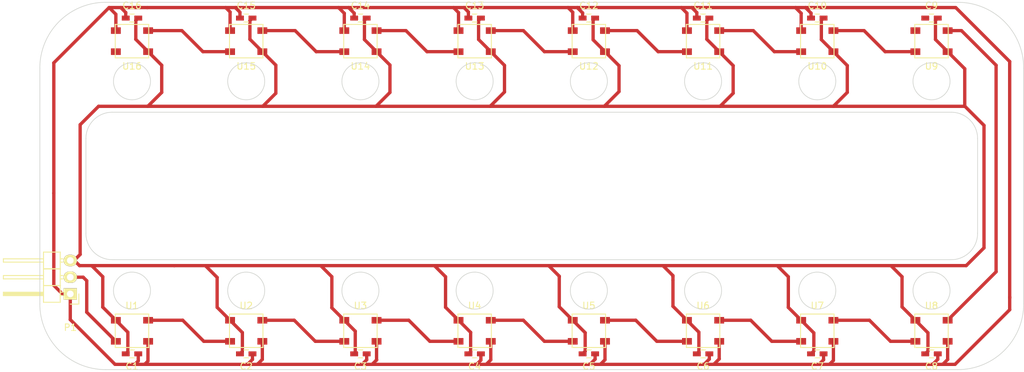
<source format=kicad_pcb>
(kicad_pcb (version 4) (host pcbnew 4.0.2+e4-6225~38~ubuntu14.04.1-stable)

  (general
    (links 80)
    (no_connects 2)
    (area 68.724999 71.175 224.775001 128.675)
    (thickness 1.6)
    (drawings 32)
    (tracks 291)
    (zones 0)
    (modules 33)
    (nets 20)
  )

  (page A4)
  (layers
    (0 F.Cu signal)
    (31 B.Cu signal)
    (32 B.Adhes user)
    (33 F.Adhes user)
    (34 B.Paste user)
    (35 F.Paste user)
    (36 B.SilkS user)
    (37 F.SilkS user)
    (38 B.Mask user)
    (39 F.Mask user)
    (40 Dwgs.User user)
    (41 Cmts.User user)
    (42 Eco1.User user)
    (43 Eco2.User user)
    (44 Edge.Cuts user)
    (45 Margin user)
    (46 B.CrtYd user)
    (47 F.CrtYd user)
    (48 B.Fab user)
    (49 F.Fab user)
  )

  (setup
    (last_trace_width 0.5)
    (trace_clearance 0.5)
    (zone_clearance 0.508)
    (zone_45_only no)
    (trace_min 0.2)
    (segment_width 0.2)
    (edge_width 0.15)
    (via_size 1.4)
    (via_drill 0.5)
    (via_min_size 0.4)
    (via_min_drill 0.3)
    (uvia_size 0.3)
    (uvia_drill 0.1)
    (uvias_allowed no)
    (uvia_min_size 0.2)
    (uvia_min_drill 0.1)
    (pcb_text_width 0.3)
    (pcb_text_size 1.5 1.5)
    (mod_edge_width 0.15)
    (mod_text_size 1 1)
    (mod_text_width 0.15)
    (pad_size 1.524 1.524)
    (pad_drill 0.762)
    (pad_to_mask_clearance 0.2)
    (aux_axis_origin 0 0)
    (visible_elements FFFFF77F)
    (pcbplotparams
      (layerselection 0x00000_00000001)
      (usegerberextensions false)
      (excludeedgelayer false)
      (linewidth 0.100000)
      (plotframeref false)
      (viasonmask false)
      (mode 1)
      (useauxorigin false)
      (hpglpennumber 1)
      (hpglpenspeed 20)
      (hpglpendiameter 15)
      (hpglpenoverlay 2)
      (psnegative false)
      (psa4output false)
      (plotreference true)
      (plotvalue true)
      (plotinvisibletext false)
      (padsonsilk false)
      (subtractmaskfromsilk false)
      (outputformat 4)
      (mirror false)
      (drillshape 0)
      (scaleselection 1)
      (outputdirectory /home/pratipo/Kicad/kiwo_poc2/))
  )

  (net 0 "")
  (net 1 "Net-(C1-Pad1)")
  (net 2 "Net-(C1-Pad2)")
  (net 3 "Net-(P1-Pad2)")
  (net 4 "Net-(U1-Pad2)")
  (net 5 "Net-(U2-Pad2)")
  (net 6 "Net-(U3-Pad2)")
  (net 7 "Net-(U4-Pad2)")
  (net 8 "Net-(U5-Pad2)")
  (net 9 "Net-(U6-Pad2)")
  (net 10 "Net-(U7-Pad2)")
  (net 11 "Net-(U8-Pad2)")
  (net 12 "Net-(U10-Pad4)")
  (net 13 "Net-(U10-Pad2)")
  (net 14 "Net-(U11-Pad2)")
  (net 15 "Net-(U12-Pad2)")
  (net 16 "Net-(U13-Pad2)")
  (net 17 "Net-(U14-Pad2)")
  (net 18 "Net-(U15-Pad2)")
  (net 19 "Net-(U16-Pad2)")

  (net_class Default "This is the default net class."
    (clearance 0.5)
    (trace_width 0.5)
    (via_dia 1.4)
    (via_drill 0.5)
    (uvia_dia 0.3)
    (uvia_drill 0.1)
    (add_net "Net-(C1-Pad1)")
    (add_net "Net-(C1-Pad2)")
    (add_net "Net-(P1-Pad2)")
    (add_net "Net-(U1-Pad2)")
    (add_net "Net-(U10-Pad2)")
    (add_net "Net-(U10-Pad4)")
    (add_net "Net-(U11-Pad2)")
    (add_net "Net-(U12-Pad2)")
    (add_net "Net-(U13-Pad2)")
    (add_net "Net-(U14-Pad2)")
    (add_net "Net-(U15-Pad2)")
    (add_net "Net-(U16-Pad2)")
    (add_net "Net-(U2-Pad2)")
    (add_net "Net-(U3-Pad2)")
    (add_net "Net-(U4-Pad2)")
    (add_net "Net-(U5-Pad2)")
    (add_net "Net-(U6-Pad2)")
    (add_net "Net-(U7-Pad2)")
    (add_net "Net-(U8-Pad2)")
  )

  (module Capacitors_SMD:C_0603_HandSoldering (layer F.Cu) (tedit 541A9B4D) (tstamp 57698F5A)
    (at 89.275 125.5 180)
    (descr "Capacitor SMD 0603, hand soldering")
    (tags "capacitor 0603")
    (path /5769CAD2)
    (attr smd)
    (fp_text reference C1 (at 0 -1.9 180) (layer F.SilkS)
      (effects (font (size 1 1) (thickness 0.15)))
    )
    (fp_text value C_Small (at 0 1.9 180) (layer F.Fab)
      (effects (font (size 1 1) (thickness 0.15)))
    )
    (fp_line (start -1.85 -0.75) (end 1.85 -0.75) (layer F.CrtYd) (width 0.05))
    (fp_line (start -1.85 0.75) (end 1.85 0.75) (layer F.CrtYd) (width 0.05))
    (fp_line (start -1.85 -0.75) (end -1.85 0.75) (layer F.CrtYd) (width 0.05))
    (fp_line (start 1.85 -0.75) (end 1.85 0.75) (layer F.CrtYd) (width 0.05))
    (fp_line (start -0.35 -0.6) (end 0.35 -0.6) (layer F.SilkS) (width 0.15))
    (fp_line (start 0.35 0.6) (end -0.35 0.6) (layer F.SilkS) (width 0.15))
    (pad 1 smd rect (at -0.95 0 180) (size 1.2 0.75) (layers F.Cu F.Paste F.Mask)
      (net 1 "Net-(C1-Pad1)"))
    (pad 2 smd rect (at 0.95 0 180) (size 1.2 0.75) (layers F.Cu F.Paste F.Mask)
      (net 2 "Net-(C1-Pad2)"))
    (model Capacitors_SMD.3dshapes/C_0603_HandSoldering.wrl
      (at (xyz 0 0 0))
      (scale (xyz 1 1 1))
      (rotate (xyz 0 0 0))
    )
  )

  (module Capacitors_SMD:C_0603_HandSoldering (layer F.Cu) (tedit 541A9B4D) (tstamp 57698F60)
    (at 106.625 125.5 180)
    (descr "Capacitor SMD 0603, hand soldering")
    (tags "capacitor 0603")
    (path /5769CFE3)
    (attr smd)
    (fp_text reference C2 (at 0 -1.9 180) (layer F.SilkS)
      (effects (font (size 1 1) (thickness 0.15)))
    )
    (fp_text value C_Small (at 0 1.9 180) (layer F.Fab)
      (effects (font (size 1 1) (thickness 0.15)))
    )
    (fp_line (start -1.85 -0.75) (end 1.85 -0.75) (layer F.CrtYd) (width 0.05))
    (fp_line (start -1.85 0.75) (end 1.85 0.75) (layer F.CrtYd) (width 0.05))
    (fp_line (start -1.85 -0.75) (end -1.85 0.75) (layer F.CrtYd) (width 0.05))
    (fp_line (start 1.85 -0.75) (end 1.85 0.75) (layer F.CrtYd) (width 0.05))
    (fp_line (start -0.35 -0.6) (end 0.35 -0.6) (layer F.SilkS) (width 0.15))
    (fp_line (start 0.35 0.6) (end -0.35 0.6) (layer F.SilkS) (width 0.15))
    (pad 1 smd rect (at -0.95 0 180) (size 1.2 0.75) (layers F.Cu F.Paste F.Mask)
      (net 1 "Net-(C1-Pad1)"))
    (pad 2 smd rect (at 0.95 0 180) (size 1.2 0.75) (layers F.Cu F.Paste F.Mask)
      (net 2 "Net-(C1-Pad2)"))
    (model Capacitors_SMD.3dshapes/C_0603_HandSoldering.wrl
      (at (xyz 0 0 0))
      (scale (xyz 1 1 1))
      (rotate (xyz 0 0 0))
    )
  )

  (module Capacitors_SMD:C_0603_HandSoldering (layer F.Cu) (tedit 541A9B4D) (tstamp 57698F66)
    (at 123.975 125.5 180)
    (descr "Capacitor SMD 0603, hand soldering")
    (tags "capacitor 0603")
    (path /5769D040)
    (attr smd)
    (fp_text reference C3 (at 0 -1.9 180) (layer F.SilkS)
      (effects (font (size 1 1) (thickness 0.15)))
    )
    (fp_text value C_Small (at 0 1.9 180) (layer F.Fab)
      (effects (font (size 1 1) (thickness 0.15)))
    )
    (fp_line (start -1.85 -0.75) (end 1.85 -0.75) (layer F.CrtYd) (width 0.05))
    (fp_line (start -1.85 0.75) (end 1.85 0.75) (layer F.CrtYd) (width 0.05))
    (fp_line (start -1.85 -0.75) (end -1.85 0.75) (layer F.CrtYd) (width 0.05))
    (fp_line (start 1.85 -0.75) (end 1.85 0.75) (layer F.CrtYd) (width 0.05))
    (fp_line (start -0.35 -0.6) (end 0.35 -0.6) (layer F.SilkS) (width 0.15))
    (fp_line (start 0.35 0.6) (end -0.35 0.6) (layer F.SilkS) (width 0.15))
    (pad 1 smd rect (at -0.95 0 180) (size 1.2 0.75) (layers F.Cu F.Paste F.Mask)
      (net 1 "Net-(C1-Pad1)"))
    (pad 2 smd rect (at 0.95 0 180) (size 1.2 0.75) (layers F.Cu F.Paste F.Mask)
      (net 2 "Net-(C1-Pad2)"))
    (model Capacitors_SMD.3dshapes/C_0603_HandSoldering.wrl
      (at (xyz 0 0 0))
      (scale (xyz 1 1 1))
      (rotate (xyz 0 0 0))
    )
  )

  (module Capacitors_SMD:C_0603_HandSoldering (layer F.Cu) (tedit 541A9B4D) (tstamp 57698F6C)
    (at 141.325 125.5 180)
    (descr "Capacitor SMD 0603, hand soldering")
    (tags "capacitor 0603")
    (path /5769D0CC)
    (attr smd)
    (fp_text reference C4 (at 0 -1.9 180) (layer F.SilkS)
      (effects (font (size 1 1) (thickness 0.15)))
    )
    (fp_text value C_Small (at 0 1.9 180) (layer F.Fab)
      (effects (font (size 1 1) (thickness 0.15)))
    )
    (fp_line (start -1.85 -0.75) (end 1.85 -0.75) (layer F.CrtYd) (width 0.05))
    (fp_line (start -1.85 0.75) (end 1.85 0.75) (layer F.CrtYd) (width 0.05))
    (fp_line (start -1.85 -0.75) (end -1.85 0.75) (layer F.CrtYd) (width 0.05))
    (fp_line (start 1.85 -0.75) (end 1.85 0.75) (layer F.CrtYd) (width 0.05))
    (fp_line (start -0.35 -0.6) (end 0.35 -0.6) (layer F.SilkS) (width 0.15))
    (fp_line (start 0.35 0.6) (end -0.35 0.6) (layer F.SilkS) (width 0.15))
    (pad 1 smd rect (at -0.95 0 180) (size 1.2 0.75) (layers F.Cu F.Paste F.Mask)
      (net 1 "Net-(C1-Pad1)"))
    (pad 2 smd rect (at 0.95 0 180) (size 1.2 0.75) (layers F.Cu F.Paste F.Mask)
      (net 2 "Net-(C1-Pad2)"))
    (model Capacitors_SMD.3dshapes/C_0603_HandSoldering.wrl
      (at (xyz 0 0 0))
      (scale (xyz 1 1 1))
      (rotate (xyz 0 0 0))
    )
  )

  (module Capacitors_SMD:C_0603_HandSoldering (layer F.Cu) (tedit 541A9B4D) (tstamp 57698F72)
    (at 158.675 125.5 180)
    (descr "Capacitor SMD 0603, hand soldering")
    (tags "capacitor 0603")
    (path /5769D105)
    (attr smd)
    (fp_text reference C5 (at 0 -1.9 180) (layer F.SilkS)
      (effects (font (size 1 1) (thickness 0.15)))
    )
    (fp_text value C_Small (at 0 1.9 180) (layer F.Fab)
      (effects (font (size 1 1) (thickness 0.15)))
    )
    (fp_line (start -1.85 -0.75) (end 1.85 -0.75) (layer F.CrtYd) (width 0.05))
    (fp_line (start -1.85 0.75) (end 1.85 0.75) (layer F.CrtYd) (width 0.05))
    (fp_line (start -1.85 -0.75) (end -1.85 0.75) (layer F.CrtYd) (width 0.05))
    (fp_line (start 1.85 -0.75) (end 1.85 0.75) (layer F.CrtYd) (width 0.05))
    (fp_line (start -0.35 -0.6) (end 0.35 -0.6) (layer F.SilkS) (width 0.15))
    (fp_line (start 0.35 0.6) (end -0.35 0.6) (layer F.SilkS) (width 0.15))
    (pad 1 smd rect (at -0.95 0 180) (size 1.2 0.75) (layers F.Cu F.Paste F.Mask)
      (net 1 "Net-(C1-Pad1)"))
    (pad 2 smd rect (at 0.95 0 180) (size 1.2 0.75) (layers F.Cu F.Paste F.Mask)
      (net 2 "Net-(C1-Pad2)"))
    (model Capacitors_SMD.3dshapes/C_0603_HandSoldering.wrl
      (at (xyz 0 0 0))
      (scale (xyz 1 1 1))
      (rotate (xyz 0 0 0))
    )
  )

  (module Capacitors_SMD:C_0603_HandSoldering (layer F.Cu) (tedit 541A9B4D) (tstamp 57698F78)
    (at 176.025 125.5 180)
    (descr "Capacitor SMD 0603, hand soldering")
    (tags "capacitor 0603")
    (path /5769D13F)
    (attr smd)
    (fp_text reference C6 (at 0 -1.9 180) (layer F.SilkS)
      (effects (font (size 1 1) (thickness 0.15)))
    )
    (fp_text value C_Small (at 0 1.9 180) (layer F.Fab)
      (effects (font (size 1 1) (thickness 0.15)))
    )
    (fp_line (start -1.85 -0.75) (end 1.85 -0.75) (layer F.CrtYd) (width 0.05))
    (fp_line (start -1.85 0.75) (end 1.85 0.75) (layer F.CrtYd) (width 0.05))
    (fp_line (start -1.85 -0.75) (end -1.85 0.75) (layer F.CrtYd) (width 0.05))
    (fp_line (start 1.85 -0.75) (end 1.85 0.75) (layer F.CrtYd) (width 0.05))
    (fp_line (start -0.35 -0.6) (end 0.35 -0.6) (layer F.SilkS) (width 0.15))
    (fp_line (start 0.35 0.6) (end -0.35 0.6) (layer F.SilkS) (width 0.15))
    (pad 1 smd rect (at -0.95 0 180) (size 1.2 0.75) (layers F.Cu F.Paste F.Mask)
      (net 1 "Net-(C1-Pad1)"))
    (pad 2 smd rect (at 0.95 0 180) (size 1.2 0.75) (layers F.Cu F.Paste F.Mask)
      (net 2 "Net-(C1-Pad2)"))
    (model Capacitors_SMD.3dshapes/C_0603_HandSoldering.wrl
      (at (xyz 0 0 0))
      (scale (xyz 1 1 1))
      (rotate (xyz 0 0 0))
    )
  )

  (module Capacitors_SMD:C_0603_HandSoldering (layer F.Cu) (tedit 541A9B4D) (tstamp 57698F7E)
    (at 193.375 125.5 180)
    (descr "Capacitor SMD 0603, hand soldering")
    (tags "capacitor 0603")
    (path /5769D1DC)
    (attr smd)
    (fp_text reference C7 (at 0 -1.9 180) (layer F.SilkS)
      (effects (font (size 1 1) (thickness 0.15)))
    )
    (fp_text value C_Small (at 0 1.9 180) (layer F.Fab)
      (effects (font (size 1 1) (thickness 0.15)))
    )
    (fp_line (start -1.85 -0.75) (end 1.85 -0.75) (layer F.CrtYd) (width 0.05))
    (fp_line (start -1.85 0.75) (end 1.85 0.75) (layer F.CrtYd) (width 0.05))
    (fp_line (start -1.85 -0.75) (end -1.85 0.75) (layer F.CrtYd) (width 0.05))
    (fp_line (start 1.85 -0.75) (end 1.85 0.75) (layer F.CrtYd) (width 0.05))
    (fp_line (start -0.35 -0.6) (end 0.35 -0.6) (layer F.SilkS) (width 0.15))
    (fp_line (start 0.35 0.6) (end -0.35 0.6) (layer F.SilkS) (width 0.15))
    (pad 1 smd rect (at -0.95 0 180) (size 1.2 0.75) (layers F.Cu F.Paste F.Mask)
      (net 1 "Net-(C1-Pad1)"))
    (pad 2 smd rect (at 0.95 0 180) (size 1.2 0.75) (layers F.Cu F.Paste F.Mask)
      (net 2 "Net-(C1-Pad2)"))
    (model Capacitors_SMD.3dshapes/C_0603_HandSoldering.wrl
      (at (xyz 0 0 0))
      (scale (xyz 1 1 1))
      (rotate (xyz 0 0 0))
    )
  )

  (module Capacitors_SMD:C_0603_HandSoldering (layer F.Cu) (tedit 541A9B4D) (tstamp 57698F84)
    (at 210.725 125.5 180)
    (descr "Capacitor SMD 0603, hand soldering")
    (tags "capacitor 0603")
    (path /5769D218)
    (attr smd)
    (fp_text reference C8 (at 0 -1.9 180) (layer F.SilkS)
      (effects (font (size 1 1) (thickness 0.15)))
    )
    (fp_text value C_Small (at 0 1.9 180) (layer F.Fab)
      (effects (font (size 1 1) (thickness 0.15)))
    )
    (fp_line (start -1.85 -0.75) (end 1.85 -0.75) (layer F.CrtYd) (width 0.05))
    (fp_line (start -1.85 0.75) (end 1.85 0.75) (layer F.CrtYd) (width 0.05))
    (fp_line (start -1.85 -0.75) (end -1.85 0.75) (layer F.CrtYd) (width 0.05))
    (fp_line (start 1.85 -0.75) (end 1.85 0.75) (layer F.CrtYd) (width 0.05))
    (fp_line (start -0.35 -0.6) (end 0.35 -0.6) (layer F.SilkS) (width 0.15))
    (fp_line (start 0.35 0.6) (end -0.35 0.6) (layer F.SilkS) (width 0.15))
    (pad 1 smd rect (at -0.95 0 180) (size 1.2 0.75) (layers F.Cu F.Paste F.Mask)
      (net 1 "Net-(C1-Pad1)"))
    (pad 2 smd rect (at 0.95 0 180) (size 1.2 0.75) (layers F.Cu F.Paste F.Mask)
      (net 2 "Net-(C1-Pad2)"))
    (model Capacitors_SMD.3dshapes/C_0603_HandSoldering.wrl
      (at (xyz 0 0 0))
      (scale (xyz 1 1 1))
      (rotate (xyz 0 0 0))
    )
  )

  (module Capacitors_SMD:C_0603_HandSoldering (layer F.Cu) (tedit 541A9B4D) (tstamp 57698F8A)
    (at 210.725 74.5)
    (descr "Capacitor SMD 0603, hand soldering")
    (tags "capacitor 0603")
    (path /5769D625)
    (attr smd)
    (fp_text reference C9 (at 0 -1.9) (layer F.SilkS)
      (effects (font (size 1 1) (thickness 0.15)))
    )
    (fp_text value C_Small (at 0 1.9) (layer F.Fab)
      (effects (font (size 1 1) (thickness 0.15)))
    )
    (fp_line (start -1.85 -0.75) (end 1.85 -0.75) (layer F.CrtYd) (width 0.05))
    (fp_line (start -1.85 0.75) (end 1.85 0.75) (layer F.CrtYd) (width 0.05))
    (fp_line (start -1.85 -0.75) (end -1.85 0.75) (layer F.CrtYd) (width 0.05))
    (fp_line (start 1.85 -0.75) (end 1.85 0.75) (layer F.CrtYd) (width 0.05))
    (fp_line (start -0.35 -0.6) (end 0.35 -0.6) (layer F.SilkS) (width 0.15))
    (fp_line (start 0.35 0.6) (end -0.35 0.6) (layer F.SilkS) (width 0.15))
    (pad 1 smd rect (at -0.95 0) (size 1.2 0.75) (layers F.Cu F.Paste F.Mask)
      (net 1 "Net-(C1-Pad1)"))
    (pad 2 smd rect (at 0.95 0) (size 1.2 0.75) (layers F.Cu F.Paste F.Mask)
      (net 2 "Net-(C1-Pad2)"))
    (model Capacitors_SMD.3dshapes/C_0603_HandSoldering.wrl
      (at (xyz 0 0 0))
      (scale (xyz 1 1 1))
      (rotate (xyz 0 0 0))
    )
  )

  (module Capacitors_SMD:C_0603_HandSoldering (layer F.Cu) (tedit 541A9B4D) (tstamp 57698F90)
    (at 193.375 74.5)
    (descr "Capacitor SMD 0603, hand soldering")
    (tags "capacitor 0603")
    (path /5769D799)
    (attr smd)
    (fp_text reference C10 (at 0 -1.9) (layer F.SilkS)
      (effects (font (size 1 1) (thickness 0.15)))
    )
    (fp_text value C_Small (at 0 1.9) (layer F.Fab)
      (effects (font (size 1 1) (thickness 0.15)))
    )
    (fp_line (start -1.85 -0.75) (end 1.85 -0.75) (layer F.CrtYd) (width 0.05))
    (fp_line (start -1.85 0.75) (end 1.85 0.75) (layer F.CrtYd) (width 0.05))
    (fp_line (start -1.85 -0.75) (end -1.85 0.75) (layer F.CrtYd) (width 0.05))
    (fp_line (start 1.85 -0.75) (end 1.85 0.75) (layer F.CrtYd) (width 0.05))
    (fp_line (start -0.35 -0.6) (end 0.35 -0.6) (layer F.SilkS) (width 0.15))
    (fp_line (start 0.35 0.6) (end -0.35 0.6) (layer F.SilkS) (width 0.15))
    (pad 1 smd rect (at -0.95 0) (size 1.2 0.75) (layers F.Cu F.Paste F.Mask)
      (net 1 "Net-(C1-Pad1)"))
    (pad 2 smd rect (at 0.95 0) (size 1.2 0.75) (layers F.Cu F.Paste F.Mask)
      (net 2 "Net-(C1-Pad2)"))
    (model Capacitors_SMD.3dshapes/C_0603_HandSoldering.wrl
      (at (xyz 0 0 0))
      (scale (xyz 1 1 1))
      (rotate (xyz 0 0 0))
    )
  )

  (module Capacitors_SMD:C_0603_HandSoldering (layer F.Cu) (tedit 541A9B4D) (tstamp 57698F96)
    (at 176.025 74.5)
    (descr "Capacitor SMD 0603, hand soldering")
    (tags "capacitor 0603")
    (path /5769D892)
    (attr smd)
    (fp_text reference C11 (at 0 -1.9) (layer F.SilkS)
      (effects (font (size 1 1) (thickness 0.15)))
    )
    (fp_text value C_Small (at 0 1.9) (layer F.Fab)
      (effects (font (size 1 1) (thickness 0.15)))
    )
    (fp_line (start -1.85 -0.75) (end 1.85 -0.75) (layer F.CrtYd) (width 0.05))
    (fp_line (start -1.85 0.75) (end 1.85 0.75) (layer F.CrtYd) (width 0.05))
    (fp_line (start -1.85 -0.75) (end -1.85 0.75) (layer F.CrtYd) (width 0.05))
    (fp_line (start 1.85 -0.75) (end 1.85 0.75) (layer F.CrtYd) (width 0.05))
    (fp_line (start -0.35 -0.6) (end 0.35 -0.6) (layer F.SilkS) (width 0.15))
    (fp_line (start 0.35 0.6) (end -0.35 0.6) (layer F.SilkS) (width 0.15))
    (pad 1 smd rect (at -0.95 0) (size 1.2 0.75) (layers F.Cu F.Paste F.Mask)
      (net 1 "Net-(C1-Pad1)"))
    (pad 2 smd rect (at 0.95 0) (size 1.2 0.75) (layers F.Cu F.Paste F.Mask)
      (net 2 "Net-(C1-Pad2)"))
    (model Capacitors_SMD.3dshapes/C_0603_HandSoldering.wrl
      (at (xyz 0 0 0))
      (scale (xyz 1 1 1))
      (rotate (xyz 0 0 0))
    )
  )

  (module Capacitors_SMD:C_0603_HandSoldering (layer F.Cu) (tedit 541A9B4D) (tstamp 57698F9C)
    (at 158.675 74.5)
    (descr "Capacitor SMD 0603, hand soldering")
    (tags "capacitor 0603")
    (path /5769D979)
    (attr smd)
    (fp_text reference C12 (at 0 -1.9) (layer F.SilkS)
      (effects (font (size 1 1) (thickness 0.15)))
    )
    (fp_text value C_Small (at 0 1.9) (layer F.Fab)
      (effects (font (size 1 1) (thickness 0.15)))
    )
    (fp_line (start -1.85 -0.75) (end 1.85 -0.75) (layer F.CrtYd) (width 0.05))
    (fp_line (start -1.85 0.75) (end 1.85 0.75) (layer F.CrtYd) (width 0.05))
    (fp_line (start -1.85 -0.75) (end -1.85 0.75) (layer F.CrtYd) (width 0.05))
    (fp_line (start 1.85 -0.75) (end 1.85 0.75) (layer F.CrtYd) (width 0.05))
    (fp_line (start -0.35 -0.6) (end 0.35 -0.6) (layer F.SilkS) (width 0.15))
    (fp_line (start 0.35 0.6) (end -0.35 0.6) (layer F.SilkS) (width 0.15))
    (pad 1 smd rect (at -0.95 0) (size 1.2 0.75) (layers F.Cu F.Paste F.Mask)
      (net 1 "Net-(C1-Pad1)"))
    (pad 2 smd rect (at 0.95 0) (size 1.2 0.75) (layers F.Cu F.Paste F.Mask)
      (net 2 "Net-(C1-Pad2)"))
    (model Capacitors_SMD.3dshapes/C_0603_HandSoldering.wrl
      (at (xyz 0 0 0))
      (scale (xyz 1 1 1))
      (rotate (xyz 0 0 0))
    )
  )

  (module Capacitors_SMD:C_0603_HandSoldering (layer F.Cu) (tedit 541A9B4D) (tstamp 57698FA2)
    (at 141.325 74.5)
    (descr "Capacitor SMD 0603, hand soldering")
    (tags "capacitor 0603")
    (path /5769D9E0)
    (attr smd)
    (fp_text reference C13 (at 0 -1.9) (layer F.SilkS)
      (effects (font (size 1 1) (thickness 0.15)))
    )
    (fp_text value C_Small (at 0 1.9) (layer F.Fab)
      (effects (font (size 1 1) (thickness 0.15)))
    )
    (fp_line (start -1.85 -0.75) (end 1.85 -0.75) (layer F.CrtYd) (width 0.05))
    (fp_line (start -1.85 0.75) (end 1.85 0.75) (layer F.CrtYd) (width 0.05))
    (fp_line (start -1.85 -0.75) (end -1.85 0.75) (layer F.CrtYd) (width 0.05))
    (fp_line (start 1.85 -0.75) (end 1.85 0.75) (layer F.CrtYd) (width 0.05))
    (fp_line (start -0.35 -0.6) (end 0.35 -0.6) (layer F.SilkS) (width 0.15))
    (fp_line (start 0.35 0.6) (end -0.35 0.6) (layer F.SilkS) (width 0.15))
    (pad 1 smd rect (at -0.95 0) (size 1.2 0.75) (layers F.Cu F.Paste F.Mask)
      (net 1 "Net-(C1-Pad1)"))
    (pad 2 smd rect (at 0.95 0) (size 1.2 0.75) (layers F.Cu F.Paste F.Mask)
      (net 2 "Net-(C1-Pad2)"))
    (model Capacitors_SMD.3dshapes/C_0603_HandSoldering.wrl
      (at (xyz 0 0 0))
      (scale (xyz 1 1 1))
      (rotate (xyz 0 0 0))
    )
  )

  (module Capacitors_SMD:C_0603_HandSoldering (layer F.Cu) (tedit 541A9B4D) (tstamp 57698FA8)
    (at 123.975 74.5)
    (descr "Capacitor SMD 0603, hand soldering")
    (tags "capacitor 0603")
    (path /5769DA41)
    (attr smd)
    (fp_text reference C14 (at 0 -1.9) (layer F.SilkS)
      (effects (font (size 1 1) (thickness 0.15)))
    )
    (fp_text value C_Small (at 0 1.9) (layer F.Fab)
      (effects (font (size 1 1) (thickness 0.15)))
    )
    (fp_line (start -1.85 -0.75) (end 1.85 -0.75) (layer F.CrtYd) (width 0.05))
    (fp_line (start -1.85 0.75) (end 1.85 0.75) (layer F.CrtYd) (width 0.05))
    (fp_line (start -1.85 -0.75) (end -1.85 0.75) (layer F.CrtYd) (width 0.05))
    (fp_line (start 1.85 -0.75) (end 1.85 0.75) (layer F.CrtYd) (width 0.05))
    (fp_line (start -0.35 -0.6) (end 0.35 -0.6) (layer F.SilkS) (width 0.15))
    (fp_line (start 0.35 0.6) (end -0.35 0.6) (layer F.SilkS) (width 0.15))
    (pad 1 smd rect (at -0.95 0) (size 1.2 0.75) (layers F.Cu F.Paste F.Mask)
      (net 1 "Net-(C1-Pad1)"))
    (pad 2 smd rect (at 0.95 0) (size 1.2 0.75) (layers F.Cu F.Paste F.Mask)
      (net 2 "Net-(C1-Pad2)"))
    (model Capacitors_SMD.3dshapes/C_0603_HandSoldering.wrl
      (at (xyz 0 0 0))
      (scale (xyz 1 1 1))
      (rotate (xyz 0 0 0))
    )
  )

  (module Capacitors_SMD:C_0603_HandSoldering (layer F.Cu) (tedit 541A9B4D) (tstamp 57698FAE)
    (at 106.625 74.5)
    (descr "Capacitor SMD 0603, hand soldering")
    (tags "capacitor 0603")
    (path /5769DB3D)
    (attr smd)
    (fp_text reference C15 (at 0 -1.9) (layer F.SilkS)
      (effects (font (size 1 1) (thickness 0.15)))
    )
    (fp_text value C_Small (at 0 1.9) (layer F.Fab)
      (effects (font (size 1 1) (thickness 0.15)))
    )
    (fp_line (start -1.85 -0.75) (end 1.85 -0.75) (layer F.CrtYd) (width 0.05))
    (fp_line (start -1.85 0.75) (end 1.85 0.75) (layer F.CrtYd) (width 0.05))
    (fp_line (start -1.85 -0.75) (end -1.85 0.75) (layer F.CrtYd) (width 0.05))
    (fp_line (start 1.85 -0.75) (end 1.85 0.75) (layer F.CrtYd) (width 0.05))
    (fp_line (start -0.35 -0.6) (end 0.35 -0.6) (layer F.SilkS) (width 0.15))
    (fp_line (start 0.35 0.6) (end -0.35 0.6) (layer F.SilkS) (width 0.15))
    (pad 1 smd rect (at -0.95 0) (size 1.2 0.75) (layers F.Cu F.Paste F.Mask)
      (net 1 "Net-(C1-Pad1)"))
    (pad 2 smd rect (at 0.95 0) (size 1.2 0.75) (layers F.Cu F.Paste F.Mask)
      (net 2 "Net-(C1-Pad2)"))
    (model Capacitors_SMD.3dshapes/C_0603_HandSoldering.wrl
      (at (xyz 0 0 0))
      (scale (xyz 1 1 1))
      (rotate (xyz 0 0 0))
    )
  )

  (module Capacitors_SMD:C_0603_HandSoldering (layer F.Cu) (tedit 541A9B4D) (tstamp 57698FB4)
    (at 89.275 74.5)
    (descr "Capacitor SMD 0603, hand soldering")
    (tags "capacitor 0603")
    (path /5769DB9E)
    (attr smd)
    (fp_text reference C16 (at 0 -1.9) (layer F.SilkS)
      (effects (font (size 1 1) (thickness 0.15)))
    )
    (fp_text value C_Small (at 0 1.9) (layer F.Fab)
      (effects (font (size 1 1) (thickness 0.15)))
    )
    (fp_line (start -1.85 -0.75) (end 1.85 -0.75) (layer F.CrtYd) (width 0.05))
    (fp_line (start -1.85 0.75) (end 1.85 0.75) (layer F.CrtYd) (width 0.05))
    (fp_line (start -1.85 -0.75) (end -1.85 0.75) (layer F.CrtYd) (width 0.05))
    (fp_line (start 1.85 -0.75) (end 1.85 0.75) (layer F.CrtYd) (width 0.05))
    (fp_line (start -0.35 -0.6) (end 0.35 -0.6) (layer F.SilkS) (width 0.15))
    (fp_line (start 0.35 0.6) (end -0.35 0.6) (layer F.SilkS) (width 0.15))
    (pad 1 smd rect (at -0.95 0) (size 1.2 0.75) (layers F.Cu F.Paste F.Mask)
      (net 1 "Net-(C1-Pad1)"))
    (pad 2 smd rect (at 0.95 0) (size 1.2 0.75) (layers F.Cu F.Paste F.Mask)
      (net 2 "Net-(C1-Pad2)"))
    (model Capacitors_SMD.3dshapes/C_0603_HandSoldering.wrl
      (at (xyz 0 0 0))
      (scale (xyz 1 1 1))
      (rotate (xyz 0 0 0))
    )
  )

  (module Pin_Headers:Pin_Header_Angled_1x03 placed (layer F.Cu) (tedit 0) (tstamp 57698FBB)
    (at 79.9 116.4 180)
    (descr "Through hole pin header")
    (tags "pin header")
    (path /5769C67F)
    (fp_text reference P1 (at 0 -5.1 180) (layer F.SilkS)
      (effects (font (size 1 1) (thickness 0.15)))
    )
    (fp_text value CONN_01X03 (at 0 -3.1 180) (layer F.Fab)
      (effects (font (size 1 1) (thickness 0.15)))
    )
    (fp_line (start -1.5 -1.75) (end -1.5 6.85) (layer F.CrtYd) (width 0.05))
    (fp_line (start 10.65 -1.75) (end 10.65 6.85) (layer F.CrtYd) (width 0.05))
    (fp_line (start -1.5 -1.75) (end 10.65 -1.75) (layer F.CrtYd) (width 0.05))
    (fp_line (start -1.5 6.85) (end 10.65 6.85) (layer F.CrtYd) (width 0.05))
    (fp_line (start -1.3 -1.55) (end -1.3 0) (layer F.SilkS) (width 0.15))
    (fp_line (start 0 -1.55) (end -1.3 -1.55) (layer F.SilkS) (width 0.15))
    (fp_line (start 4.191 -0.127) (end 10.033 -0.127) (layer F.SilkS) (width 0.15))
    (fp_line (start 10.033 -0.127) (end 10.033 0.127) (layer F.SilkS) (width 0.15))
    (fp_line (start 10.033 0.127) (end 4.191 0.127) (layer F.SilkS) (width 0.15))
    (fp_line (start 4.191 0.127) (end 4.191 0) (layer F.SilkS) (width 0.15))
    (fp_line (start 4.191 0) (end 10.033 0) (layer F.SilkS) (width 0.15))
    (fp_line (start 1.524 -0.254) (end 1.143 -0.254) (layer F.SilkS) (width 0.15))
    (fp_line (start 1.524 0.254) (end 1.143 0.254) (layer F.SilkS) (width 0.15))
    (fp_line (start 1.524 2.286) (end 1.143 2.286) (layer F.SilkS) (width 0.15))
    (fp_line (start 1.524 2.794) (end 1.143 2.794) (layer F.SilkS) (width 0.15))
    (fp_line (start 1.524 4.826) (end 1.143 4.826) (layer F.SilkS) (width 0.15))
    (fp_line (start 1.524 5.334) (end 1.143 5.334) (layer F.SilkS) (width 0.15))
    (fp_line (start 4.064 1.27) (end 4.064 -1.27) (layer F.SilkS) (width 0.15))
    (fp_line (start 10.16 0.254) (end 4.064 0.254) (layer F.SilkS) (width 0.15))
    (fp_line (start 10.16 -0.254) (end 10.16 0.254) (layer F.SilkS) (width 0.15))
    (fp_line (start 4.064 -0.254) (end 10.16 -0.254) (layer F.SilkS) (width 0.15))
    (fp_line (start 1.524 1.27) (end 4.064 1.27) (layer F.SilkS) (width 0.15))
    (fp_line (start 1.524 -1.27) (end 1.524 1.27) (layer F.SilkS) (width 0.15))
    (fp_line (start 1.524 -1.27) (end 4.064 -1.27) (layer F.SilkS) (width 0.15))
    (fp_line (start 1.524 3.81) (end 4.064 3.81) (layer F.SilkS) (width 0.15))
    (fp_line (start 1.524 3.81) (end 1.524 6.35) (layer F.SilkS) (width 0.15))
    (fp_line (start 4.064 4.826) (end 10.16 4.826) (layer F.SilkS) (width 0.15))
    (fp_line (start 10.16 4.826) (end 10.16 5.334) (layer F.SilkS) (width 0.15))
    (fp_line (start 10.16 5.334) (end 4.064 5.334) (layer F.SilkS) (width 0.15))
    (fp_line (start 4.064 6.35) (end 4.064 3.81) (layer F.SilkS) (width 0.15))
    (fp_line (start 4.064 3.81) (end 4.064 1.27) (layer F.SilkS) (width 0.15))
    (fp_line (start 10.16 2.794) (end 4.064 2.794) (layer F.SilkS) (width 0.15))
    (fp_line (start 10.16 2.286) (end 10.16 2.794) (layer F.SilkS) (width 0.15))
    (fp_line (start 4.064 2.286) (end 10.16 2.286) (layer F.SilkS) (width 0.15))
    (fp_line (start 1.524 3.81) (end 4.064 3.81) (layer F.SilkS) (width 0.15))
    (fp_line (start 1.524 1.27) (end 1.524 3.81) (layer F.SilkS) (width 0.15))
    (fp_line (start 1.524 1.27) (end 4.064 1.27) (layer F.SilkS) (width 0.15))
    (fp_line (start 1.524 6.35) (end 4.064 6.35) (layer F.SilkS) (width 0.15))
    (pad 1 thru_hole rect (at 0 0 180) (size 2.032 1.7272) (drill 1.016) (layers *.Cu *.Mask F.SilkS)
      (net 1 "Net-(C1-Pad1)"))
    (pad 2 thru_hole oval (at 0 2.54 180) (size 2.032 1.7272) (drill 1.016) (layers *.Cu *.Mask F.SilkS)
      (net 3 "Net-(P1-Pad2)"))
    (pad 3 thru_hole oval (at 0 5.08 180) (size 2.032 1.7272) (drill 1.016) (layers *.Cu *.Mask F.SilkS)
      (net 2 "Net-(C1-Pad2)"))
    (model Pin_Headers.3dshapes/Pin_Header_Angled_1x03.wrl
      (at (xyz 0 -0.1 0))
      (scale (xyz 1 1 1))
      (rotate (xyz 0 0 90))
    )
  )

  (module neopixel4pins:neopixel_4pins (layer F.Cu) (tedit 576341E7) (tstamp 57698FC3)
    (at 89.275 122 180)
    (path /57692DD3)
    (fp_text reference U1 (at 0 3.81 180) (layer F.SilkS)
      (effects (font (size 1 1) (thickness 0.15)))
    )
    (fp_text value neopixel_4pin (at 0 -3.81 180) (layer F.Fab)
      (effects (font (size 1 1) (thickness 0.15)))
    )
    (fp_line (start -2.54 -2.54) (end -2.54 2.54) (layer F.SilkS) (width 0.15))
    (fp_line (start -2.54 2.54) (end 2.54 2.54) (layer F.SilkS) (width 0.15))
    (fp_line (start 2.54 2.54) (end 2.54 -2.54) (layer F.SilkS) (width 0.15))
    (fp_line (start 2.54 -2.54) (end -2.54 -2.54) (layer F.SilkS) (width 0.15))
    (pad 1 smd rect (at -2.45 -1.6 180) (size 1.5 1) (layers F.Cu F.Paste F.Mask)
      (net 1 "Net-(C1-Pad1)"))
    (pad 2 smd rect (at -2.45 1.6 180) (size 1.5 1) (layers F.Cu F.Paste F.Mask)
      (net 4 "Net-(U1-Pad2)"))
    (pad 3 smd rect (at 2.45 1.6 180) (size 1.5 1) (layers F.Cu F.Paste F.Mask)
      (net 2 "Net-(C1-Pad2)"))
    (pad 4 smd rect (at 2.45 -1.6 180) (size 1.5 1) (layers F.Cu F.Paste F.Mask)
      (net 3 "Net-(P1-Pad2)"))
  )

  (module neopixel4pins:neopixel_4pins (layer F.Cu) (tedit 576341E7) (tstamp 57698FCB)
    (at 106.625 122 180)
    (path /5769867B)
    (fp_text reference U2 (at 0 3.81 180) (layer F.SilkS)
      (effects (font (size 1 1) (thickness 0.15)))
    )
    (fp_text value neopixel_4pin (at 0 -3.81 180) (layer F.Fab)
      (effects (font (size 1 1) (thickness 0.15)))
    )
    (fp_line (start -2.54 -2.54) (end -2.54 2.54) (layer F.SilkS) (width 0.15))
    (fp_line (start -2.54 2.54) (end 2.54 2.54) (layer F.SilkS) (width 0.15))
    (fp_line (start 2.54 2.54) (end 2.54 -2.54) (layer F.SilkS) (width 0.15))
    (fp_line (start 2.54 -2.54) (end -2.54 -2.54) (layer F.SilkS) (width 0.15))
    (pad 1 smd rect (at -2.45 -1.6 180) (size 1.5 1) (layers F.Cu F.Paste F.Mask)
      (net 1 "Net-(C1-Pad1)"))
    (pad 2 smd rect (at -2.45 1.6 180) (size 1.5 1) (layers F.Cu F.Paste F.Mask)
      (net 5 "Net-(U2-Pad2)"))
    (pad 3 smd rect (at 2.45 1.6 180) (size 1.5 1) (layers F.Cu F.Paste F.Mask)
      (net 2 "Net-(C1-Pad2)"))
    (pad 4 smd rect (at 2.45 -1.6 180) (size 1.5 1) (layers F.Cu F.Paste F.Mask)
      (net 4 "Net-(U1-Pad2)"))
  )

  (module neopixel4pins:neopixel_4pins (layer F.Cu) (tedit 576341E7) (tstamp 57698FD3)
    (at 123.975 122 180)
    (path /57698743)
    (fp_text reference U3 (at 0 3.81 180) (layer F.SilkS)
      (effects (font (size 1 1) (thickness 0.15)))
    )
    (fp_text value neopixel_4pin (at 0 -3.81 180) (layer F.Fab)
      (effects (font (size 1 1) (thickness 0.15)))
    )
    (fp_line (start -2.54 -2.54) (end -2.54 2.54) (layer F.SilkS) (width 0.15))
    (fp_line (start -2.54 2.54) (end 2.54 2.54) (layer F.SilkS) (width 0.15))
    (fp_line (start 2.54 2.54) (end 2.54 -2.54) (layer F.SilkS) (width 0.15))
    (fp_line (start 2.54 -2.54) (end -2.54 -2.54) (layer F.SilkS) (width 0.15))
    (pad 1 smd rect (at -2.45 -1.6 180) (size 1.5 1) (layers F.Cu F.Paste F.Mask)
      (net 1 "Net-(C1-Pad1)"))
    (pad 2 smd rect (at -2.45 1.6 180) (size 1.5 1) (layers F.Cu F.Paste F.Mask)
      (net 6 "Net-(U3-Pad2)"))
    (pad 3 smd rect (at 2.45 1.6 180) (size 1.5 1) (layers F.Cu F.Paste F.Mask)
      (net 2 "Net-(C1-Pad2)"))
    (pad 4 smd rect (at 2.45 -1.6 180) (size 1.5 1) (layers F.Cu F.Paste F.Mask)
      (net 5 "Net-(U2-Pad2)"))
  )

  (module neopixel4pins:neopixel_4pins (layer F.Cu) (tedit 576341E7) (tstamp 57698FDB)
    (at 141.325 122 180)
    (path /576987A0)
    (fp_text reference U4 (at 0 3.81 180) (layer F.SilkS)
      (effects (font (size 1 1) (thickness 0.15)))
    )
    (fp_text value neopixel_4pin (at 0 -3.81 180) (layer F.Fab)
      (effects (font (size 1 1) (thickness 0.15)))
    )
    (fp_line (start -2.54 -2.54) (end -2.54 2.54) (layer F.SilkS) (width 0.15))
    (fp_line (start -2.54 2.54) (end 2.54 2.54) (layer F.SilkS) (width 0.15))
    (fp_line (start 2.54 2.54) (end 2.54 -2.54) (layer F.SilkS) (width 0.15))
    (fp_line (start 2.54 -2.54) (end -2.54 -2.54) (layer F.SilkS) (width 0.15))
    (pad 1 smd rect (at -2.45 -1.6 180) (size 1.5 1) (layers F.Cu F.Paste F.Mask)
      (net 1 "Net-(C1-Pad1)"))
    (pad 2 smd rect (at -2.45 1.6 180) (size 1.5 1) (layers F.Cu F.Paste F.Mask)
      (net 7 "Net-(U4-Pad2)"))
    (pad 3 smd rect (at 2.45 1.6 180) (size 1.5 1) (layers F.Cu F.Paste F.Mask)
      (net 2 "Net-(C1-Pad2)"))
    (pad 4 smd rect (at 2.45 -1.6 180) (size 1.5 1) (layers F.Cu F.Paste F.Mask)
      (net 6 "Net-(U3-Pad2)"))
  )

  (module neopixel4pins:neopixel_4pins (layer F.Cu) (tedit 576341E7) (tstamp 57698FE3)
    (at 158.675 122 180)
    (path /57698DF0)
    (fp_text reference U5 (at 0 3.81 180) (layer F.SilkS)
      (effects (font (size 1 1) (thickness 0.15)))
    )
    (fp_text value neopixel_4pin (at 0 -3.81 180) (layer F.Fab)
      (effects (font (size 1 1) (thickness 0.15)))
    )
    (fp_line (start -2.54 -2.54) (end -2.54 2.54) (layer F.SilkS) (width 0.15))
    (fp_line (start -2.54 2.54) (end 2.54 2.54) (layer F.SilkS) (width 0.15))
    (fp_line (start 2.54 2.54) (end 2.54 -2.54) (layer F.SilkS) (width 0.15))
    (fp_line (start 2.54 -2.54) (end -2.54 -2.54) (layer F.SilkS) (width 0.15))
    (pad 1 smd rect (at -2.45 -1.6 180) (size 1.5 1) (layers F.Cu F.Paste F.Mask)
      (net 1 "Net-(C1-Pad1)"))
    (pad 2 smd rect (at -2.45 1.6 180) (size 1.5 1) (layers F.Cu F.Paste F.Mask)
      (net 8 "Net-(U5-Pad2)"))
    (pad 3 smd rect (at 2.45 1.6 180) (size 1.5 1) (layers F.Cu F.Paste F.Mask)
      (net 2 "Net-(C1-Pad2)"))
    (pad 4 smd rect (at 2.45 -1.6 180) (size 1.5 1) (layers F.Cu F.Paste F.Mask)
      (net 7 "Net-(U4-Pad2)"))
  )

  (module neopixel4pins:neopixel_4pins (layer F.Cu) (tedit 576341E7) (tstamp 57698FEB)
    (at 176.025 122 180)
    (path /57698DF6)
    (fp_text reference U6 (at 0 3.81 180) (layer F.SilkS)
      (effects (font (size 1 1) (thickness 0.15)))
    )
    (fp_text value neopixel_4pin (at 0 -3.81 180) (layer F.Fab)
      (effects (font (size 1 1) (thickness 0.15)))
    )
    (fp_line (start -2.54 -2.54) (end -2.54 2.54) (layer F.SilkS) (width 0.15))
    (fp_line (start -2.54 2.54) (end 2.54 2.54) (layer F.SilkS) (width 0.15))
    (fp_line (start 2.54 2.54) (end 2.54 -2.54) (layer F.SilkS) (width 0.15))
    (fp_line (start 2.54 -2.54) (end -2.54 -2.54) (layer F.SilkS) (width 0.15))
    (pad 1 smd rect (at -2.45 -1.6 180) (size 1.5 1) (layers F.Cu F.Paste F.Mask)
      (net 1 "Net-(C1-Pad1)"))
    (pad 2 smd rect (at -2.45 1.6 180) (size 1.5 1) (layers F.Cu F.Paste F.Mask)
      (net 9 "Net-(U6-Pad2)"))
    (pad 3 smd rect (at 2.45 1.6 180) (size 1.5 1) (layers F.Cu F.Paste F.Mask)
      (net 2 "Net-(C1-Pad2)"))
    (pad 4 smd rect (at 2.45 -1.6 180) (size 1.5 1) (layers F.Cu F.Paste F.Mask)
      (net 8 "Net-(U5-Pad2)"))
  )

  (module neopixel4pins:neopixel_4pins placed (layer F.Cu) (tedit 576341E7) (tstamp 57698FF3)
    (at 193.375 122 180)
    (path /57698DFC)
    (fp_text reference U7 (at 0 3.81 180) (layer F.SilkS)
      (effects (font (size 1 1) (thickness 0.15)))
    )
    (fp_text value neopixel_4pin (at 0 -3.81 180) (layer F.Fab)
      (effects (font (size 1 1) (thickness 0.15)))
    )
    (fp_line (start -2.54 -2.54) (end -2.54 2.54) (layer F.SilkS) (width 0.15))
    (fp_line (start -2.54 2.54) (end 2.54 2.54) (layer F.SilkS) (width 0.15))
    (fp_line (start 2.54 2.54) (end 2.54 -2.54) (layer F.SilkS) (width 0.15))
    (fp_line (start 2.54 -2.54) (end -2.54 -2.54) (layer F.SilkS) (width 0.15))
    (pad 1 smd rect (at -2.45 -1.6 180) (size 1.5 1) (layers F.Cu F.Paste F.Mask)
      (net 1 "Net-(C1-Pad1)"))
    (pad 2 smd rect (at -2.45 1.6 180) (size 1.5 1) (layers F.Cu F.Paste F.Mask)
      (net 10 "Net-(U7-Pad2)"))
    (pad 3 smd rect (at 2.45 1.6 180) (size 1.5 1) (layers F.Cu F.Paste F.Mask)
      (net 2 "Net-(C1-Pad2)"))
    (pad 4 smd rect (at 2.45 -1.6 180) (size 1.5 1) (layers F.Cu F.Paste F.Mask)
      (net 9 "Net-(U6-Pad2)"))
  )

  (module neopixel4pins:neopixel_4pins placed (layer F.Cu) (tedit 576341E7) (tstamp 57698FFB)
    (at 210.725 122 180)
    (path /57698E02)
    (fp_text reference U8 (at 0 3.81 180) (layer F.SilkS)
      (effects (font (size 1 1) (thickness 0.15)))
    )
    (fp_text value neopixel_4pin (at 0 -3.81 180) (layer F.Fab)
      (effects (font (size 1 1) (thickness 0.15)))
    )
    (fp_line (start -2.54 -2.54) (end -2.54 2.54) (layer F.SilkS) (width 0.15))
    (fp_line (start -2.54 2.54) (end 2.54 2.54) (layer F.SilkS) (width 0.15))
    (fp_line (start 2.54 2.54) (end 2.54 -2.54) (layer F.SilkS) (width 0.15))
    (fp_line (start 2.54 -2.54) (end -2.54 -2.54) (layer F.SilkS) (width 0.15))
    (pad 1 smd rect (at -2.45 -1.6 180) (size 1.5 1) (layers F.Cu F.Paste F.Mask)
      (net 1 "Net-(C1-Pad1)"))
    (pad 2 smd rect (at -2.45 1.6 180) (size 1.5 1) (layers F.Cu F.Paste F.Mask)
      (net 11 "Net-(U8-Pad2)"))
    (pad 3 smd rect (at 2.45 1.6 180) (size 1.5 1) (layers F.Cu F.Paste F.Mask)
      (net 2 "Net-(C1-Pad2)"))
    (pad 4 smd rect (at 2.45 -1.6 180) (size 1.5 1) (layers F.Cu F.Paste F.Mask)
      (net 10 "Net-(U7-Pad2)"))
  )

  (module neopixel4pins:neopixel_4pins (layer F.Cu) (tedit 576341E7) (tstamp 57699003)
    (at 210.725 78)
    (path /57699BD0)
    (fp_text reference U9 (at 0 3.81) (layer F.SilkS)
      (effects (font (size 1 1) (thickness 0.15)))
    )
    (fp_text value neopixel_4pin (at 0 -3.81) (layer F.Fab)
      (effects (font (size 1 1) (thickness 0.15)))
    )
    (fp_line (start -2.54 -2.54) (end -2.54 2.54) (layer F.SilkS) (width 0.15))
    (fp_line (start -2.54 2.54) (end 2.54 2.54) (layer F.SilkS) (width 0.15))
    (fp_line (start 2.54 2.54) (end 2.54 -2.54) (layer F.SilkS) (width 0.15))
    (fp_line (start 2.54 -2.54) (end -2.54 -2.54) (layer F.SilkS) (width 0.15))
    (pad 1 smd rect (at -2.45 -1.6) (size 1.5 1) (layers F.Cu F.Paste F.Mask)
      (net 1 "Net-(C1-Pad1)"))
    (pad 2 smd rect (at -2.45 1.6) (size 1.5 1) (layers F.Cu F.Paste F.Mask)
      (net 12 "Net-(U10-Pad4)"))
    (pad 3 smd rect (at 2.45 1.6) (size 1.5 1) (layers F.Cu F.Paste F.Mask)
      (net 2 "Net-(C1-Pad2)"))
    (pad 4 smd rect (at 2.45 -1.6) (size 1.5 1) (layers F.Cu F.Paste F.Mask)
      (net 11 "Net-(U8-Pad2)"))
  )

  (module neopixel4pins:neopixel_4pins (layer F.Cu) (tedit 576341E7) (tstamp 5769900B)
    (at 193.375 78)
    (path /57699BD6)
    (fp_text reference U10 (at 0 3.81) (layer F.SilkS)
      (effects (font (size 1 1) (thickness 0.15)))
    )
    (fp_text value neopixel_4pin (at 0 -3.81) (layer F.Fab)
      (effects (font (size 1 1) (thickness 0.15)))
    )
    (fp_line (start -2.54 -2.54) (end -2.54 2.54) (layer F.SilkS) (width 0.15))
    (fp_line (start -2.54 2.54) (end 2.54 2.54) (layer F.SilkS) (width 0.15))
    (fp_line (start 2.54 2.54) (end 2.54 -2.54) (layer F.SilkS) (width 0.15))
    (fp_line (start 2.54 -2.54) (end -2.54 -2.54) (layer F.SilkS) (width 0.15))
    (pad 1 smd rect (at -2.45 -1.6) (size 1.5 1) (layers F.Cu F.Paste F.Mask)
      (net 1 "Net-(C1-Pad1)"))
    (pad 2 smd rect (at -2.45 1.6) (size 1.5 1) (layers F.Cu F.Paste F.Mask)
      (net 13 "Net-(U10-Pad2)"))
    (pad 3 smd rect (at 2.45 1.6) (size 1.5 1) (layers F.Cu F.Paste F.Mask)
      (net 2 "Net-(C1-Pad2)"))
    (pad 4 smd rect (at 2.45 -1.6) (size 1.5 1) (layers F.Cu F.Paste F.Mask)
      (net 12 "Net-(U10-Pad4)"))
  )

  (module neopixel4pins:neopixel_4pins (layer F.Cu) (tedit 576341E7) (tstamp 57699013)
    (at 176.025 78)
    (path /57699BDC)
    (fp_text reference U11 (at 0 3.81) (layer F.SilkS)
      (effects (font (size 1 1) (thickness 0.15)))
    )
    (fp_text value neopixel_4pin (at 0 -3.81) (layer F.Fab)
      (effects (font (size 1 1) (thickness 0.15)))
    )
    (fp_line (start -2.54 -2.54) (end -2.54 2.54) (layer F.SilkS) (width 0.15))
    (fp_line (start -2.54 2.54) (end 2.54 2.54) (layer F.SilkS) (width 0.15))
    (fp_line (start 2.54 2.54) (end 2.54 -2.54) (layer F.SilkS) (width 0.15))
    (fp_line (start 2.54 -2.54) (end -2.54 -2.54) (layer F.SilkS) (width 0.15))
    (pad 1 smd rect (at -2.45 -1.6) (size 1.5 1) (layers F.Cu F.Paste F.Mask)
      (net 1 "Net-(C1-Pad1)"))
    (pad 2 smd rect (at -2.45 1.6) (size 1.5 1) (layers F.Cu F.Paste F.Mask)
      (net 14 "Net-(U11-Pad2)"))
    (pad 3 smd rect (at 2.45 1.6) (size 1.5 1) (layers F.Cu F.Paste F.Mask)
      (net 2 "Net-(C1-Pad2)"))
    (pad 4 smd rect (at 2.45 -1.6) (size 1.5 1) (layers F.Cu F.Paste F.Mask)
      (net 13 "Net-(U10-Pad2)"))
  )

  (module neopixel4pins:neopixel_4pins (layer F.Cu) (tedit 576341E7) (tstamp 5769901B)
    (at 158.675 78)
    (path /57699BE2)
    (fp_text reference U12 (at 0 3.81) (layer F.SilkS)
      (effects (font (size 1 1) (thickness 0.15)))
    )
    (fp_text value neopixel_4pin (at 0 -3.81) (layer F.Fab)
      (effects (font (size 1 1) (thickness 0.15)))
    )
    (fp_line (start -2.54 -2.54) (end -2.54 2.54) (layer F.SilkS) (width 0.15))
    (fp_line (start -2.54 2.54) (end 2.54 2.54) (layer F.SilkS) (width 0.15))
    (fp_line (start 2.54 2.54) (end 2.54 -2.54) (layer F.SilkS) (width 0.15))
    (fp_line (start 2.54 -2.54) (end -2.54 -2.54) (layer F.SilkS) (width 0.15))
    (pad 1 smd rect (at -2.45 -1.6) (size 1.5 1) (layers F.Cu F.Paste F.Mask)
      (net 1 "Net-(C1-Pad1)"))
    (pad 2 smd rect (at -2.45 1.6) (size 1.5 1) (layers F.Cu F.Paste F.Mask)
      (net 15 "Net-(U12-Pad2)"))
    (pad 3 smd rect (at 2.45 1.6) (size 1.5 1) (layers F.Cu F.Paste F.Mask)
      (net 2 "Net-(C1-Pad2)"))
    (pad 4 smd rect (at 2.45 -1.6) (size 1.5 1) (layers F.Cu F.Paste F.Mask)
      (net 14 "Net-(U11-Pad2)"))
  )

  (module neopixel4pins:neopixel_4pins (layer F.Cu) (tedit 576341E7) (tstamp 57699023)
    (at 141.325 78)
    (path /57699BE8)
    (fp_text reference U13 (at 0 3.81) (layer F.SilkS)
      (effects (font (size 1 1) (thickness 0.15)))
    )
    (fp_text value neopixel_4pin (at 0 -3.81) (layer F.Fab)
      (effects (font (size 1 1) (thickness 0.15)))
    )
    (fp_line (start -2.54 -2.54) (end -2.54 2.54) (layer F.SilkS) (width 0.15))
    (fp_line (start -2.54 2.54) (end 2.54 2.54) (layer F.SilkS) (width 0.15))
    (fp_line (start 2.54 2.54) (end 2.54 -2.54) (layer F.SilkS) (width 0.15))
    (fp_line (start 2.54 -2.54) (end -2.54 -2.54) (layer F.SilkS) (width 0.15))
    (pad 1 smd rect (at -2.45 -1.6) (size 1.5 1) (layers F.Cu F.Paste F.Mask)
      (net 1 "Net-(C1-Pad1)"))
    (pad 2 smd rect (at -2.45 1.6) (size 1.5 1) (layers F.Cu F.Paste F.Mask)
      (net 16 "Net-(U13-Pad2)"))
    (pad 3 smd rect (at 2.45 1.6) (size 1.5 1) (layers F.Cu F.Paste F.Mask)
      (net 2 "Net-(C1-Pad2)"))
    (pad 4 smd rect (at 2.45 -1.6) (size 1.5 1) (layers F.Cu F.Paste F.Mask)
      (net 15 "Net-(U12-Pad2)"))
  )

  (module neopixel4pins:neopixel_4pins (layer F.Cu) (tedit 576341E7) (tstamp 5769902B)
    (at 123.975 78)
    (path /57699BEE)
    (fp_text reference U14 (at 0 3.81) (layer F.SilkS)
      (effects (font (size 1 1) (thickness 0.15)))
    )
    (fp_text value neopixel_4pin (at 0 -3.81) (layer F.Fab)
      (effects (font (size 1 1) (thickness 0.15)))
    )
    (fp_line (start -2.54 -2.54) (end -2.54 2.54) (layer F.SilkS) (width 0.15))
    (fp_line (start -2.54 2.54) (end 2.54 2.54) (layer F.SilkS) (width 0.15))
    (fp_line (start 2.54 2.54) (end 2.54 -2.54) (layer F.SilkS) (width 0.15))
    (fp_line (start 2.54 -2.54) (end -2.54 -2.54) (layer F.SilkS) (width 0.15))
    (pad 1 smd rect (at -2.45 -1.6) (size 1.5 1) (layers F.Cu F.Paste F.Mask)
      (net 1 "Net-(C1-Pad1)"))
    (pad 2 smd rect (at -2.45 1.6) (size 1.5 1) (layers F.Cu F.Paste F.Mask)
      (net 17 "Net-(U14-Pad2)"))
    (pad 3 smd rect (at 2.45 1.6) (size 1.5 1) (layers F.Cu F.Paste F.Mask)
      (net 2 "Net-(C1-Pad2)"))
    (pad 4 smd rect (at 2.45 -1.6) (size 1.5 1) (layers F.Cu F.Paste F.Mask)
      (net 16 "Net-(U13-Pad2)"))
  )

  (module neopixel4pins:neopixel_4pins (layer F.Cu) (tedit 576341E7) (tstamp 57699033)
    (at 106.625 78)
    (path /57699BF4)
    (fp_text reference U15 (at 0 3.81) (layer F.SilkS)
      (effects (font (size 1 1) (thickness 0.15)))
    )
    (fp_text value neopixel_4pin (at 0 -3.81) (layer F.Fab)
      (effects (font (size 1 1) (thickness 0.15)))
    )
    (fp_line (start -2.54 -2.54) (end -2.54 2.54) (layer F.SilkS) (width 0.15))
    (fp_line (start -2.54 2.54) (end 2.54 2.54) (layer F.SilkS) (width 0.15))
    (fp_line (start 2.54 2.54) (end 2.54 -2.54) (layer F.SilkS) (width 0.15))
    (fp_line (start 2.54 -2.54) (end -2.54 -2.54) (layer F.SilkS) (width 0.15))
    (pad 1 smd rect (at -2.45 -1.6) (size 1.5 1) (layers F.Cu F.Paste F.Mask)
      (net 1 "Net-(C1-Pad1)"))
    (pad 2 smd rect (at -2.45 1.6) (size 1.5 1) (layers F.Cu F.Paste F.Mask)
      (net 18 "Net-(U15-Pad2)"))
    (pad 3 smd rect (at 2.45 1.6) (size 1.5 1) (layers F.Cu F.Paste F.Mask)
      (net 2 "Net-(C1-Pad2)"))
    (pad 4 smd rect (at 2.45 -1.6) (size 1.5 1) (layers F.Cu F.Paste F.Mask)
      (net 17 "Net-(U14-Pad2)"))
  )

  (module neopixel4pins:neopixel_4pins (layer F.Cu) (tedit 576341E7) (tstamp 5769903B)
    (at 89.275 78)
    (path /57699BFA)
    (fp_text reference U16 (at 0 3.81) (layer F.SilkS)
      (effects (font (size 1 1) (thickness 0.15)))
    )
    (fp_text value neopixel_4pin (at 0 -3.81) (layer F.Fab)
      (effects (font (size 1 1) (thickness 0.15)))
    )
    (fp_line (start -2.54 -2.54) (end -2.54 2.54) (layer F.SilkS) (width 0.15))
    (fp_line (start -2.54 2.54) (end 2.54 2.54) (layer F.SilkS) (width 0.15))
    (fp_line (start 2.54 2.54) (end 2.54 -2.54) (layer F.SilkS) (width 0.15))
    (fp_line (start 2.54 -2.54) (end -2.54 -2.54) (layer F.SilkS) (width 0.15))
    (pad 1 smd rect (at -2.45 -1.6) (size 1.5 1) (layers F.Cu F.Paste F.Mask)
      (net 1 "Net-(C1-Pad1)"))
    (pad 2 smd rect (at -2.45 1.6) (size 1.5 1) (layers F.Cu F.Paste F.Mask)
      (net 19 "Net-(U16-Pad2)"))
    (pad 3 smd rect (at 2.45 1.6) (size 1.5 1) (layers F.Cu F.Paste F.Mask)
      (net 2 "Net-(C1-Pad2)"))
    (pad 4 smd rect (at 2.45 -1.6) (size 1.5 1) (layers F.Cu F.Paste F.Mask)
      (net 18 "Net-(U15-Pad2)"))
  )

  (gr_line (start 217.725 107.2) (end 217.725 92.8) (layer Edge.Cuts) (width 0.1))
  (gr_line (start 86.275 88.8) (end 213.725 88.8) (layer Edge.Cuts) (width 0.1))
  (gr_line (start 82.275 107.2) (end 82.275 92.8) (layer Edge.Cuts) (width 0.1))
  (gr_line (start 86.275 111.2) (end 213.725 111.2) (layer Edge.Cuts) (width 0.1))
  (gr_line (start 224.725 117.9) (end 224.725 82.1) (layer Edge.Cuts) (width 0.1))
  (gr_line (start 85.275 72.1) (end 214.725 72.1) (layer Edge.Cuts) (width 0.1))
  (gr_line (start 75.275 117.9) (end 75.275 82.1) (layer Edge.Cuts) (width 0.1))
  (gr_line (start 85.275 127.9) (end 214.725 127.9) (layer Edge.Cuts) (width 0.1))
  (gr_circle (center 210.725 84.1) (end 213.538384 84.1) (layer Edge.Cuts) (width 0.1))
  (gr_circle (center 193.375 84.1) (end 196.188384 84.1) (layer Edge.Cuts) (width 0.1))
  (gr_circle (center 176.025 84.1) (end 178.838384 84.1) (layer Edge.Cuts) (width 0.1))
  (gr_circle (center 158.675 84.1) (end 161.488384 84.1) (layer Edge.Cuts) (width 0.1))
  (gr_circle (center 141.325 84.1) (end 144.138384 84.1) (layer Edge.Cuts) (width 0.1))
  (gr_circle (center 123.975 84.1) (end 126.788384 84.1) (layer Edge.Cuts) (width 0.1))
  (gr_circle (center 106.625 84.1) (end 109.438384 84.1) (layer Edge.Cuts) (width 0.1))
  (gr_circle (center 89.275 84.1) (end 92.088384 84.1) (layer Edge.Cuts) (width 0.1))
  (gr_arc (start 86.275 92.8) (end 86.275 88.8) (angle -90) (layer Edge.Cuts) (width 0.1))
  (gr_arc (start 86.275 107.2) (end 82.275 107.2) (angle -90) (layer Edge.Cuts) (width 0.1))
  (gr_arc (start 213.725 107.2) (end 213.725 111.2) (angle -90) (layer Edge.Cuts) (width 0.1))
  (gr_arc (start 213.725 92.8) (end 217.725 92.8) (angle -90) (layer Edge.Cuts) (width 0.1))
  (gr_arc (start 85.275 117.9) (end 75.275 117.9) (angle -90) (layer Edge.Cuts) (width 0.1))
  (gr_arc (start 214.725 117.9) (end 214.725 127.9) (angle -90) (layer Edge.Cuts) (width 0.1))
  (gr_arc (start 214.725 82.1) (end 224.725 82.1) (angle -90) (layer Edge.Cuts) (width 0.1))
  (gr_arc (start 85.275 82.1) (end 85.275 72.1) (angle -90) (layer Edge.Cuts) (width 0.1))
  (gr_circle (center 210.725 115.9) (end 213.538384 115.9) (layer Edge.Cuts) (width 0.1))
  (gr_circle (center 193.375 115.9) (end 196.188384 115.9) (layer Edge.Cuts) (width 0.1))
  (gr_circle (center 176.025 115.9) (end 178.838384 115.9) (layer Edge.Cuts) (width 0.1))
  (gr_circle (center 89.275 115.9) (end 92.088384 115.9) (layer Edge.Cuts) (width 0.1))
  (gr_circle (center 158.675 115.9) (end 161.488384 115.9) (layer Edge.Cuts) (width 0.1))
  (gr_circle (center 141.325 115.9) (end 144.138384 115.9) (layer Edge.Cuts) (width 0.1))
  (gr_circle (center 123.975 115.9) (end 126.788384 115.9) (layer Edge.Cuts) (width 0.1))
  (gr_circle (center 106.625 115.9) (end 109.438384 115.9) (layer Edge.Cuts) (width 0.1))

  (segment (start 190.925 76.4) (end 190.925 73.7675) (width 0.5) (layer F.Cu) (net 1) (status 400000))
  (segment (start 190.925 73.7675) (end 190.0575 72.9) (width 0.5) (layer F.Cu) (net 1) (tstamp 576A86B0))
  (segment (start 192.425 74.5) (end 192.425 73.7435) (width 0.5) (layer F.Cu) (net 1) (status 400000))
  (segment (start 192.425 73.7435) (end 191.5815 72.9) (width 0.5) (layer F.Cu) (net 1) (tstamp 576A86A8))
  (segment (start 175.075 74.5) (end 175.075 73.6655) (width 0.5) (layer F.Cu) (net 1))
  (segment (start 175.075 73.6655) (end 174.3095 72.9) (width 0.5) (layer F.Cu) (net 1) (tstamp 576A864F))
  (segment (start 173.575 76.4) (end 173.575 73.753) (width 0.5) (layer F.Cu) (net 1))
  (segment (start 173.575 73.753) (end 172.722 72.9) (width 0.5) (layer F.Cu) (net 1) (tstamp 576A8643))
  (segment (start 157.725 74.5) (end 157.725 73.7145) (width 0.5) (layer F.Cu) (net 1))
  (segment (start 157.725 73.7145) (end 156.9105 72.9) (width 0.5) (layer F.Cu) (net 1) (tstamp 576A861B))
  (segment (start 156.225 76.4) (end 156.225 73.6115) (width 0.5) (layer F.Cu) (net 1))
  (segment (start 156.225 73.6115) (end 155.5135 72.9) (width 0.5) (layer F.Cu) (net 1) (tstamp 576A8615))
  (segment (start 138.875 76.4) (end 138.875 73.6605) (width 0.5) (layer F.Cu) (net 1))
  (segment (start 138.875 73.6605) (end 138.1145 72.9) (width 0.5) (layer F.Cu) (net 1) (tstamp 576A85C0))
  (segment (start 140.375 74.5) (end 140.375 73.573) (width 0.5) (layer F.Cu) (net 1))
  (segment (start 140.375 73.573) (end 139.702 72.9) (width 0.5) (layer F.Cu) (net 1) (tstamp 576A85B2))
  (segment (start 123.025 74.5) (end 123.025 73.749) (width 0.5) (layer F.Cu) (net 1))
  (segment (start 123.025 73.749) (end 122.176 72.9) (width 0.5) (layer F.Cu) (net 1) (tstamp 576A8560))
  (segment (start 121.525 76.4) (end 121.525 73.773) (width 0.5) (layer F.Cu) (net 1))
  (segment (start 121.525 73.773) (end 120.652 72.9) (width 0.5) (layer F.Cu) (net 1) (tstamp 576A854A))
  (segment (start 105.675 74.5) (end 105.675 73.6075) (width 0.5) (layer F.Cu) (net 1))
  (segment (start 105.675 73.6075) (end 104.9675 72.9) (width 0.5) (layer F.Cu) (net 1) (tstamp 576A853B))
  (segment (start 104.175 76.4) (end 104.175 73.568) (width 0.5) (layer F.Cu) (net 1))
  (segment (start 104.175 73.568) (end 103.507 72.9) (width 0.5) (layer F.Cu) (net 1) (tstamp 576A852E))
  (segment (start 88.325 74.5) (end 88.325 73.6565) (width 0.5) (layer F.Cu) (net 1))
  (segment (start 88.325 73.6565) (end 87.5685 72.9) (width 0.5) (layer F.Cu) (net 1) (tstamp 576A84F8))
  (segment (start 86.825 76.4) (end 86.825 73.925) (width 0.5) (layer F.Cu) (net 1))
  (segment (start 86.825 73.925) (end 85.8 72.9) (width 0.5) (layer F.Cu) (net 1) (tstamp 576A84D4))
  (segment (start 213.175 123.6) (end 213.175 126.3595) (width 0.5) (layer F.Cu) (net 1))
  (segment (start 213.175 126.3595) (end 212.4345 127.1) (width 0.5) (layer F.Cu) (net 1) (tstamp 576A816D))
  (segment (start 211.675 125.5) (end 211.675 126.3355) (width 0.5) (layer F.Cu) (net 1))
  (segment (start 211.675 126.3355) (end 210.9105 127.1) (width 0.5) (layer F.Cu) (net 1) (tstamp 576A8166))
  (segment (start 195.825 123.6) (end 195.825 126.501) (width 0.5) (layer F.Cu) (net 1))
  (segment (start 195.825 126.501) (end 195.226 127.1) (width 0.5) (layer F.Cu) (net 1) (tstamp 576A8153))
  (segment (start 194.325 125.5) (end 194.325 126.4135) (width 0.5) (layer F.Cu) (net 1))
  (segment (start 194.325 126.4135) (end 193.6385 127.1) (width 0.5) (layer F.Cu) (net 1) (tstamp 576A8146))
  (segment (start 178.475 123.6) (end 178.475 126.278) (width 0.5) (layer F.Cu) (net 1))
  (segment (start 178.475 126.278) (end 177.653 127.1) (width 0.5) (layer F.Cu) (net 1) (tstamp 576A8100))
  (segment (start 176.975 125.5) (end 176.975 126.301) (width 0.5) (layer F.Cu) (net 1))
  (segment (start 176.975 126.301) (end 176.176 127.1) (width 0.5) (layer F.Cu) (net 1) (tstamp 576A80F9))
  (segment (start 161.125 123.6) (end 161.125 126.403) (width 0.5) (layer F.Cu) (net 1))
  (segment (start 161.125 126.403) (end 160.428 127.1) (width 0.5) (layer F.Cu) (net 1) (tstamp 576A80E1))
  (segment (start 159.625 125.5) (end 159.625 126.3155) (width 0.5) (layer F.Cu) (net 1))
  (segment (start 159.625 126.3155) (end 158.8405 127.1) (width 0.5) (layer F.Cu) (net 1) (tstamp 576A80D4))
  (segment (start 143.775 123.6) (end 143.775 126.4175) (width 0.5) (layer F.Cu) (net 1))
  (segment (start 143.775 126.4175) (end 143.0925 127.1) (width 0.5) (layer F.Cu) (net 1) (tstamp 576A80CA))
  (segment (start 142.275 125.5) (end 142.275 126.457) (width 0.5) (layer F.Cu) (net 1))
  (segment (start 142.275 126.457) (end 141.632 127.1) (width 0.5) (layer F.Cu) (net 1) (tstamp 576A80BB))
  (segment (start 126.425 126.4285) (end 126.425 126.432) (width 0.5) (layer F.Cu) (net 1))
  (segment (start 126.425 126.432) (end 125.757 127.1) (width 0.5) (layer F.Cu) (net 1) (tstamp 576A80B6))
  (segment (start 126.425 123.6) (end 126.425 126.4285) (width 0.5) (layer F.Cu) (net 1))
  (segment (start 126.425 126.432) (end 126.365 126.492) (width 0.5) (layer F.Cu) (net 1) (tstamp 576A8095))
  (segment (start 124.925 125.5) (end 124.925 126.408) (width 0.5) (layer F.Cu) (net 1))
  (segment (start 124.925 126.408) (end 124.233 127.1) (width 0.5) (layer F.Cu) (net 1) (tstamp 576A8089))
  (segment (start 109.075 123.6) (end 109.075 126.347) (width 0.5) (layer F.Cu) (net 1))
  (segment (start 108.458 127) (end 108.458 127.1) (width 0.5) (layer F.Cu) (net 1) (tstamp 576A807F))
  (segment (start 108.358 127.1) (end 108.458 127) (width 0.5) (layer F.Cu) (net 1) (tstamp 576A807D))
  (segment (start 108.322 127.1) (end 108.358 127.1) (width 0.5) (layer F.Cu) (net 1) (tstamp 576A807C))
  (segment (start 109.075 126.347) (end 108.322 127.1) (width 0.5) (layer F.Cu) (net 1) (tstamp 576A807B))
  (segment (start 107.575 125.5) (end 107.575 126.359) (width 0.5) (layer F.Cu) (net 1))
  (segment (start 107.575 126.359) (end 106.834 127.1) (width 0.5) (layer F.Cu) (net 1) (tstamp 576A806E))
  (segment (start 222.6 116.9) (end 222.6 118.8) (width 0.5) (layer F.Cu) (net 1))
  (segment (start 214.3 127.1) (end 222.6 118.8) (width 0.5) (layer F.Cu) (net 1) (tstamp 576A798A))
  (segment (start 214.3 127.1) (end 212.4345 127.1) (width 0.5) (layer F.Cu) (net 1))
  (segment (start 212.4345 127.1) (end 210.9105 127.1) (width 0.5) (layer F.Cu) (net 1) (tstamp 576A8171))
  (segment (start 210.9105 127.1) (end 195.226 127.1) (width 0.5) (layer F.Cu) (net 1) (tstamp 576A816B))
  (segment (start 195.226 127.1) (end 193.6385 127.1) (width 0.5) (layer F.Cu) (net 1) (tstamp 576A8156))
  (segment (start 193.6385 127.1) (end 177.653 127.1) (width 0.5) (layer F.Cu) (net 1) (tstamp 576A8151))
  (segment (start 177.653 127.1) (end 176.176 127.1) (width 0.5) (layer F.Cu) (net 1) (tstamp 576A8107))
  (segment (start 176.176 127.1) (end 160.428 127.1) (width 0.5) (layer F.Cu) (net 1) (tstamp 576A80FD))
  (segment (start 160.428 127.1) (end 158.8405 127.1) (width 0.5) (layer F.Cu) (net 1) (tstamp 576A80EB))
  (segment (start 158.8405 127.1) (end 143.0925 127.1) (width 0.5) (layer F.Cu) (net 1) (tstamp 576A80DF))
  (segment (start 143.0925 127.1) (end 141.632 127.1) (width 0.5) (layer F.Cu) (net 1) (tstamp 576A80CF))
  (segment (start 141.632 127.1) (end 125.757 127.1) (width 0.5) (layer F.Cu) (net 1) (tstamp 576A80C8))
  (segment (start 125.757 127.1) (end 124.233 127.1) (width 0.5) (layer F.Cu) (net 1) (tstamp 576A80B9))
  (segment (start 124.233 127.1) (end 108.458 127.1) (width 0.5) (layer F.Cu) (net 1) (tstamp 576A8093))
  (segment (start 108.458 127.1) (end 106.834 127.1) (width 0.5) (layer F.Cu) (net 1) (tstamp 576A8080))
  (segment (start 106.834 127.1) (end 91.2 127.1) (width 0.5) (layer F.Cu) (net 1) (tstamp 576A8079))
  (segment (start 91.6 72.9) (end 103.507 72.9) (width 0.5) (layer F.Cu) (net 1))
  (segment (start 103.507 72.9) (end 104.9675 72.9) (width 0.5) (layer F.Cu) (net 1) (tstamp 576A8539))
  (segment (start 104.9675 72.9) (end 120.652 72.9) (width 0.5) (layer F.Cu) (net 1) (tstamp 576A853E))
  (segment (start 120.652 72.9) (end 122.176 72.9) (width 0.5) (layer F.Cu) (net 1) (tstamp 576A855D))
  (segment (start 122.176 72.9) (end 138.1145 72.9) (width 0.5) (layer F.Cu) (net 1) (tstamp 576A8564))
  (segment (start 138.1145 72.9) (end 139.702 72.9) (width 0.5) (layer F.Cu) (net 1) (tstamp 576A85C5))
  (segment (start 139.702 72.9) (end 155.5135 72.9) (width 0.5) (layer F.Cu) (net 1) (tstamp 576A85BE))
  (segment (start 155.5135 72.9) (end 156.9105 72.9) (width 0.5) (layer F.Cu) (net 1) (tstamp 576A8619))
  (segment (start 156.9105 72.9) (end 172.722 72.9) (width 0.5) (layer F.Cu) (net 1) (tstamp 576A861F))
  (segment (start 172.722 72.9) (end 174.3095 72.9) (width 0.5) (layer F.Cu) (net 1) (tstamp 576A864C))
  (segment (start 174.3095 72.9) (end 190.0575 72.9) (width 0.5) (layer F.Cu) (net 1) (tstamp 576A8654))
  (segment (start 190.0575 72.9) (end 191.5815 72.9) (width 0.5) (layer F.Cu) (net 1) (tstamp 576A86B4))
  (segment (start 191.5815 72.9) (end 214.4 72.9) (width 0.5) (layer F.Cu) (net 1) (tstamp 576A86AE))
  (segment (start 77.4 81.3) (end 85.8 72.9) (width 0.5) (layer F.Cu) (net 1) (tstamp 576A78DD))
  (segment (start 85.8 72.9) (end 87.5685 72.9) (width 0.5) (layer F.Cu) (net 1) (tstamp 576A78E5))
  (segment (start 87.5685 72.9) (end 91.6 72.9) (width 0.5) (layer F.Cu) (net 1) (tstamp 576A84FD))
  (segment (start 79.9 116.4) (end 78.7 116.4) (width 0.5) (layer F.Cu) (net 1))
  (segment (start 77.4 115.1) (end 77.4 101.1) (width 0.5) (layer F.Cu) (net 1) (tstamp 576A78C9))
  (segment (start 78.7 116.4) (end 77.4 115.1) (width 0.5) (layer F.Cu) (net 1) (tstamp 576A78C2))
  (segment (start 77.4 101.1) (end 77.4 81.3) (width 0.5) (layer F.Cu) (net 1))
  (segment (start 222.6 81.1) (end 222.6 116.9) (width 0.5) (layer F.Cu) (net 1) (tstamp 576A7973))
  (segment (start 222.6 116.9) (end 222.6 117) (width 0.5) (layer F.Cu) (net 1) (tstamp 576A79A3))
  (segment (start 214.4 72.9) (end 222.6 81.1) (width 0.5) (layer F.Cu) (net 1) (tstamp 576A795C))
  (segment (start 89.7 127.1) (end 91.2 127.1) (width 0.5) (layer F.Cu) (net 1))
  (segment (start 91.7 126.6) (end 91.7 123.625) (width 0.5) (layer F.Cu) (net 1) (tstamp 576A7826))
  (segment (start 91.2 127.1) (end 91.7 126.6) (width 0.5) (layer F.Cu) (net 1) (tstamp 576A781E))
  (segment (start 91.7 123.625) (end 91.725 123.6) (width 0.5) (layer F.Cu) (net 1) (tstamp 576A7827))
  (segment (start 79.9 116.4) (end 79.9 120.3) (width 0.5) (layer F.Cu) (net 1))
  (segment (start 90.225 126.575) (end 90.225 125.5) (width 0.5) (layer F.Cu) (net 1) (tstamp 576A7807))
  (segment (start 89.7 127.1) (end 90.225 126.575) (width 0.5) (layer F.Cu) (net 1) (tstamp 576A77FF))
  (segment (start 86.7 127.1) (end 89.7 127.1) (width 0.5) (layer F.Cu) (net 1) (tstamp 576A77F8))
  (segment (start 79.9 120.3) (end 86.7 127.1) (width 0.5) (layer F.Cu) (net 1) (tstamp 576A77E6))
  (segment (start 194.325 74.5) (end 193.9925 74.8325) (width 0.5) (layer F.Cu) (net 2))
  (segment (start 193.9925 74.8325) (end 193.9925 77.7675) (width 0.5) (layer F.Cu) (net 2) (tstamp 576A867F))
  (segment (start 193.9925 77.7675) (end 195.825 79.6) (width 0.5) (layer F.Cu) (net 2) (tstamp 576A8681))
  (segment (start 176.975 74.5) (end 176.5935 74.8815) (width 0.5) (layer F.Cu) (net 2))
  (segment (start 176.5935 77.7185) (end 178.475 79.6) (width 0.5) (layer F.Cu) (net 2) (tstamp 576A8676))
  (segment (start 176.5935 74.8815) (end 176.5935 77.7185) (width 0.5) (layer F.Cu) (net 2) (tstamp 576A8670))
  (segment (start 159.625 74.5) (end 159.3215 74.8035) (width 0.5) (layer F.Cu) (net 2))
  (segment (start 159.3215 74.8035) (end 159.3215 77.7965) (width 0.5) (layer F.Cu) (net 2) (tstamp 576A8621))
  (segment (start 159.3215 77.7965) (end 161.125 79.6) (width 0.5) (layer F.Cu) (net 2) (tstamp 576A8626))
  (segment (start 143.775 79.6) (end 141.9225 77.7475) (width 0.5) (layer F.Cu) (net 2))
  (segment (start 141.9225 77.7475) (end 141.9225 74.8525) (width 0.5) (layer F.Cu) (net 2) (tstamp 576A857B))
  (segment (start 141.9225 74.8525) (end 142.275 74.5) (width 0.5) (layer F.Cu) (net 2) (tstamp 576A8580))
  (segment (start 126.425 79.6) (end 124.587 77.762) (width 0.5) (layer F.Cu) (net 2))
  (segment (start 124.587 77.762) (end 124.587 74.838) (width 0.5) (layer F.Cu) (net 2) (tstamp 576A8567))
  (segment (start 124.587 74.838) (end 124.925 74.5) (width 0.5) (layer F.Cu) (net 2) (tstamp 576A856E))
  (segment (start 107.575 74.5) (end 107.188 74.887) (width 0.5) (layer F.Cu) (net 2))
  (segment (start 107.188 77.713) (end 109.075 79.6) (width 0.5) (layer F.Cu) (net 2) (tstamp 576A8529))
  (segment (start 107.188 74.887) (end 107.188 77.713) (width 0.5) (layer F.Cu) (net 2) (tstamp 576A8522))
  (segment (start 91.725 79.6) (end 89.8525 77.7275) (width 0.5) (layer F.Cu) (net 2))
  (segment (start 89.8525 77.7275) (end 89.8525 74.8725) (width 0.5) (layer F.Cu) (net 2) (tstamp 576A84FF))
  (segment (start 89.8525 74.8725) (end 90.225 74.5) (width 0.5) (layer F.Cu) (net 2) (tstamp 576A8504))
  (segment (start 91.725 79.6) (end 93.7895 81.6645) (width 0.5) (layer F.Cu) (net 2))
  (segment (start 93.7895 85.7885) (end 91.678 87.9) (width 0.5) (layer F.Cu) (net 2) (tstamp 576A84B7))
  (segment (start 93.7895 81.6645) (end 93.7895 85.7885) (width 0.5) (layer F.Cu) (net 2) (tstamp 576A84AF))
  (segment (start 109.075 79.6) (end 111.125 81.65) (width 0.5) (layer F.Cu) (net 2))
  (segment (start 111.125 85.9155) (end 109.1405 87.9) (width 0.5) (layer F.Cu) (net 2) (tstamp 576A849C))
  (segment (start 111.125 81.65) (end 111.125 85.9155) (width 0.5) (layer F.Cu) (net 2) (tstamp 576A8498))
  (segment (start 126.425 79.6) (end 128.4605 81.6355) (width 0.5) (layer F.Cu) (net 2))
  (segment (start 128.4605 85.7885) (end 126.349 87.9) (width 0.5) (layer F.Cu) (net 2) (tstamp 576A8491))
  (segment (start 128.4605 81.6355) (end 128.4605 85.7885) (width 0.5) (layer F.Cu) (net 2) (tstamp 576A848D))
  (segment (start 143.775 79.6) (end 145.8595 81.6845) (width 0.5) (layer F.Cu) (net 2))
  (segment (start 145.8595 85.725) (end 143.6845 87.9) (width 0.5) (layer F.Cu) (net 2) (tstamp 576A847C))
  (segment (start 145.8595 81.6845) (end 145.8595 85.725) (width 0.5) (layer F.Cu) (net 2) (tstamp 576A847B))
  (segment (start 161.125 79.6) (end 163.2585 81.7335) (width 0.5) (layer F.Cu) (net 2))
  (segment (start 163.2585 85.6615) (end 161.02 87.9) (width 0.5) (layer F.Cu) (net 2) (tstamp 576A846A))
  (segment (start 163.2585 81.7335) (end 163.2585 85.6615) (width 0.5) (layer F.Cu) (net 2) (tstamp 576A8467))
  (segment (start 178.475 79.6) (end 180.594 81.719) (width 0.5) (layer F.Cu) (net 2))
  (segment (start 180.594 85.9155) (end 178.6095 87.9) (width 0.5) (layer F.Cu) (net 2) (tstamp 576A8456))
  (segment (start 180.594 81.719) (end 180.594 85.9155) (width 0.5) (layer F.Cu) (net 2) (tstamp 576A8450))
  (segment (start 195.825 79.6) (end 197.9295 81.7045) (width 0.5) (layer F.Cu) (net 2))
  (segment (start 197.9295 85.7885) (end 195.818 87.9) (width 0.5) (layer F.Cu) (net 2) (tstamp 576A8417))
  (segment (start 197.9295 81.7045) (end 197.9295 85.7885) (width 0.5) (layer F.Cu) (net 2) (tstamp 576A840C))
  (segment (start 213.175 79.6) (end 215.773 82.198) (width 0.5) (layer F.Cu) (net 2))
  (segment (start 215.773 82.198) (end 215.773 87.9) (width 0.5) (layer F.Cu) (net 2) (tstamp 576A83FF))
  (segment (start 211.675 74.5) (end 211.328 74.847) (width 0.5) (layer F.Cu) (net 2))
  (segment (start 211.328 74.847) (end 211.328 77.753) (width 0.5) (layer F.Cu) (net 2) (tstamp 576A83B8))
  (segment (start 211.328 77.753) (end 213.175 79.6) (width 0.5) (layer F.Cu) (net 2) (tstamp 576A83C5))
  (segment (start 190.925 120.4) (end 192.8495 122.3245) (width 0.5) (layer F.Cu) (net 2))
  (segment (start 192.8495 125.0755) (end 192.425 125.5) (width 0.5) (layer F.Cu) (net 2) (tstamp 576A8140))
  (segment (start 192.8495 122.3245) (end 192.8495 125.0755) (width 0.5) (layer F.Cu) (net 2) (tstamp 576A8139))
  (segment (start 209.775 125.5) (end 210.185 125.09) (width 0.5) (layer F.Cu) (net 2))
  (segment (start 210.185 122.31) (end 208.275 120.4) (width 0.5) (layer F.Cu) (net 2) (tstamp 576A8062))
  (segment (start 210.185 125.09) (end 210.185 122.31) (width 0.5) (layer F.Cu) (net 2) (tstamp 576A805C))
  (segment (start 175.075 125.5) (end 175.387 125.188) (width 0.5) (layer F.Cu) (net 2))
  (segment (start 175.387 125.188) (end 175.387 122.212) (width 0.5) (layer F.Cu) (net 2) (tstamp 576A804A))
  (segment (start 175.387 122.212) (end 173.575 120.4) (width 0.5) (layer F.Cu) (net 2) (tstamp 576A8050))
  (segment (start 157.725 125.5) (end 158.115 125.11) (width 0.5) (layer F.Cu) (net 2))
  (segment (start 158.115 122.29) (end 156.225 120.4) (width 0.5) (layer F.Cu) (net 2) (tstamp 576A8040))
  (segment (start 158.115 125.11) (end 158.115 122.29) (width 0.5) (layer F.Cu) (net 2) (tstamp 576A8037))
  (segment (start 140.375 125.5) (end 140.716 125.159) (width 0.5) (layer F.Cu) (net 2))
  (segment (start 140.716 125.159) (end 140.716 122.241) (width 0.5) (layer F.Cu) (net 2) (tstamp 576A802D))
  (segment (start 140.716 122.241) (end 138.875 120.4) (width 0.5) (layer F.Cu) (net 2) (tstamp 576A8032))
  (segment (start 105.675 125.5) (end 106.045 125.13) (width 0.5) (layer F.Cu) (net 2))
  (segment (start 106.045 125.13) (end 106.045 122.27) (width 0.5) (layer F.Cu) (net 2) (tstamp 576A8022))
  (segment (start 106.045 122.27) (end 104.175 120.4) (width 0.5) (layer F.Cu) (net 2) (tstamp 576A8026))
  (segment (start 88.325 125.5) (end 88.646 125.179) (width 0.5) (layer F.Cu) (net 2))
  (segment (start 88.646 125.179) (end 88.646 122.221) (width 0.5) (layer F.Cu) (net 2) (tstamp 576A8016))
  (segment (start 88.646 122.221) (end 86.825 120.4) (width 0.5) (layer F.Cu) (net 2) (tstamp 576A801B))
  (segment (start 123.025 125.5) (end 123.19 125.335) (width 0.5) (layer F.Cu) (net 2))
  (segment (start 123.19 125.335) (end 123.19 122.065) (width 0.5) (layer F.Cu) (net 2) (tstamp 576A7FD0))
  (segment (start 123.19 122.065) (end 121.525 120.4) (width 0.5) (layer F.Cu) (net 2) (tstamp 576A7FD7))
  (segment (start 208.275 120.4) (end 206.248 118.373) (width 0.5) (layer F.Cu) (net 2))
  (segment (start 206.248 113.792) (end 204.556 112.1) (width 0.5) (layer F.Cu) (net 2) (tstamp 576A7F53))
  (segment (start 206.248 118.373) (end 206.248 113.792) (width 0.5) (layer F.Cu) (net 2) (tstamp 576A7F4F))
  (segment (start 190.925 120.4) (end 188.976 118.451) (width 0.5) (layer F.Cu) (net 2))
  (segment (start 188.976 113.792) (end 187.284 112.1) (width 0.5) (layer F.Cu) (net 2) (tstamp 576A7F35))
  (segment (start 188.976 118.451) (end 188.976 113.792) (width 0.5) (layer F.Cu) (net 2) (tstamp 576A7F34))
  (segment (start 173.575 120.4) (end 171.45 118.275) (width 0.5) (layer F.Cu) (net 2))
  (segment (start 171.45 113.624) (end 169.926 112.1) (width 0.5) (layer F.Cu) (net 2) (tstamp 576A7F21))
  (segment (start 171.45 113.792) (end 171.45 113.624) (width 0.5) (layer F.Cu) (net 2) (tstamp 576A7F1C))
  (segment (start 171.45 114.3) (end 171.45 113.792) (width 0.5) (layer F.Cu) (net 2) (tstamp 576A7F19))
  (segment (start 171.45 118.275) (end 171.45 114.3) (width 0.5) (layer F.Cu) (net 2) (tstamp 576A7F13))
  (segment (start 156.225 120.4) (end 154.178 118.353) (width 0.5) (layer F.Cu) (net 2))
  (segment (start 154.178 113.71) (end 152.568 112.1) (width 0.5) (layer F.Cu) (net 2) (tstamp 576A7EF1))
  (segment (start 154.178 113.792) (end 154.178 113.71) (width 0.5) (layer F.Cu) (net 2) (tstamp 576A7EF0))
  (segment (start 154.178 118.353) (end 154.178 113.792) (width 0.5) (layer F.Cu) (net 2) (tstamp 576A7EEE))
  (segment (start 138.875 120.4) (end 136.906 118.431) (width 0.5) (layer F.Cu) (net 2))
  (segment (start 136.906 113.792) (end 135.214 112.1) (width 0.5) (layer F.Cu) (net 2) (tstamp 576A7EAB))
  (segment (start 136.906 118.431) (end 136.906 113.792) (width 0.5) (layer F.Cu) (net 2) (tstamp 576A7EA8))
  (segment (start 86.825 120.4) (end 84.836 118.411) (width 0.5) (layer F.Cu) (net 2))
  (segment (start 84.836 113.792) (end 83.144 112.1) (width 0.5) (layer F.Cu) (net 2) (tstamp 576A7DA7))
  (segment (start 84.836 118.411) (end 84.836 113.792) (width 0.5) (layer F.Cu) (net 2) (tstamp 576A7DA5))
  (segment (start 121.525 120.4) (end 119.634 118.509) (width 0.5) (layer F.Cu) (net 2))
  (segment (start 119.634 113.792) (end 117.942 112.1) (width 0.5) (layer F.Cu) (net 2) (tstamp 576A7D92))
  (segment (start 119.634 118.509) (end 119.634 113.792) (width 0.5) (layer F.Cu) (net 2) (tstamp 576A7D8F))
  (segment (start 104.175 120.4) (end 102.2096 118.4346) (width 0.5) (layer F.Cu) (net 2))
  (segment (start 102.2096 113.8936) (end 100.416 112.1) (width 0.5) (layer F.Cu) (net 2) (tstamp 576A7D59))
  (segment (start 102.2096 118.4346) (end 102.2096 113.8936) (width 0.5) (layer F.Cu) (net 2) (tstamp 576A7D55))
  (segment (start 79.9 111.32) (end 80.52 111.32) (width 0.5) (layer F.Cu) (net 2))
  (segment (start 80.52 111.32) (end 81.3 112.1) (width 0.5) (layer F.Cu) (net 2) (tstamp 576A78B1))
  (segment (start 81.3 112.1) (end 83.144 112.1) (width 0.5) (layer F.Cu) (net 2) (tstamp 576A78B7))
  (segment (start 83.144 112.1) (end 83.4 112.1) (width 0.5) (layer F.Cu) (net 2) (tstamp 576A7DB7))
  (segment (start 83.7 112.1) (end 95.7 112.1) (width 0.5) (layer F.Cu) (net 2) (tstamp 576A7B1B))
  (segment (start 95.7 112.1) (end 100.416 112.1) (width 0.5) (layer F.Cu) (net 2))
  (segment (start 83.4 112.1) (end 83.7 112.1) (width 0.5) (layer F.Cu) (net 2) (tstamp 576A77AE))
  (segment (start 101.1682 112.1) (end 117.942 112.1) (width 0.5) (layer F.Cu) (net 2) (tstamp 576A7CFC))
  (segment (start 117.942 112.1) (end 118.4754 112.1) (width 0.5) (layer F.Cu) (net 2) (tstamp 576A7D97))
  (segment (start 100.416 112.1) (end 101.1682 112.1) (width 0.5) (layer F.Cu) (net 2) (tstamp 576A7D86))
  (segment (start 81.4 110.4) (end 80.48 111.32) (width 0.5) (layer F.Cu) (net 2) (tstamp 576A7873))
  (segment (start 215.773 87.9) (end 195.818 87.9) (width 0.5) (layer F.Cu) (net 2) (tstamp 576A83A4))
  (segment (start 195.818 87.9) (end 178.6095 87.9) (width 0.5) (layer F.Cu) (net 2) (tstamp 576A844E))
  (segment (start 178.6095 87.9) (end 161.02 87.9) (width 0.5) (layer F.Cu) (net 2) (tstamp 576A8465))
  (segment (start 161.02 87.9) (end 143.6845 87.9) (width 0.5) (layer F.Cu) (net 2) (tstamp 576A8478))
  (segment (start 143.6845 87.9) (end 126.349 87.9) (width 0.5) (layer F.Cu) (net 2) (tstamp 576A8488))
  (segment (start 126.349 87.9) (end 109.1405 87.9) (width 0.5) (layer F.Cu) (net 2) (tstamp 576A8496))
  (segment (start 109.1405 87.9) (end 91.678 87.9) (width 0.5) (layer F.Cu) (net 2) (tstamp 576A84A0))
  (segment (start 91.678 87.9) (end 84.2 87.9) (width 0.5) (layer F.Cu) (net 2) (tstamp 576A84BC))
  (segment (start 84.2 87.9) (end 81.4 90.7) (width 0.5) (layer F.Cu) (net 2) (tstamp 576A7851))
  (segment (start 81.4 90.7) (end 81.4 110.4) (width 0.5) (layer F.Cu) (net 2) (tstamp 576A7867))
  (segment (start 215.8 87.9) (end 215.773 87.9) (width 0.5) (layer F.Cu) (net 2) (tstamp 576A784C))
  (segment (start 204.556 112.1) (end 216 112.1) (width 0.5) (layer F.Cu) (net 2) (tstamp 576A7F59))
  (segment (start 216 112.1) (end 218.7 109.4) (width 0.5) (layer F.Cu) (net 2) (tstamp 576A7834))
  (segment (start 218.7 109.4) (end 218.7 90.8) (width 0.5) (layer F.Cu) (net 2) (tstamp 576A7842))
  (segment (start 218.7 90.8) (end 215.8 87.9) (width 0.5) (layer F.Cu) (net 2) (tstamp 576A7843))
  (segment (start 118.4754 112.1) (end 135.214 112.1) (width 0.5) (layer F.Cu) (net 2) (tstamp 576A7D09))
  (segment (start 135.214 112.1) (end 152.568 112.1) (width 0.5) (layer F.Cu) (net 2) (tstamp 576A7EB7))
  (segment (start 152.568 112.1) (end 169.926 112.1) (width 0.5) (layer F.Cu) (net 2) (tstamp 576A7EE0))
  (segment (start 169.926 112.1) (end 187.284 112.1) (width 0.5) (layer F.Cu) (net 2) (tstamp 576A7F0B))
  (segment (start 187.284 112.1) (end 204.556 112.1) (width 0.5) (layer F.Cu) (net 2) (tstamp 576A7F49))
  (segment (start 80.48 111.32) (end 79.9 111.32) (width 0.5) (layer F.Cu) (net 2) (tstamp 576A7888))
  (segment (start 79.9 111.32) (end 79.92 111.3) (width 0.5) (layer F.Cu) (net 2))
  (segment (start 82.399998 114.4) (end 82.399998 119.174998) (width 0.5) (layer F.Cu) (net 3))
  (segment (start 81.859998 113.86) (end 82.399998 114.4) (width 0.5) (layer F.Cu) (net 3) (tstamp 576A77B8))
  (segment (start 79.9 113.86) (end 81.859998 113.86) (width 0.5) (layer F.Cu) (net 3))
  (segment (start 82.399998 119.174998) (end 86.825 123.6) (width 0.5) (layer F.Cu) (net 3) (tstamp 576A77BB))
  (segment (start 91.725 120.4) (end 96.9812 120.4) (width 0.5) (layer F.Cu) (net 4))
  (segment (start 100.1812 123.6) (end 104.175 123.6) (width 0.5) (layer F.Cu) (net 4) (tstamp 576A7CE7))
  (segment (start 96.9812 120.4) (end 100.1812 123.6) (width 0.5) (layer F.Cu) (net 4) (tstamp 576A7CDE))
  (segment (start 109.075 120.4) (end 113.923 120.4) (width 0.5) (layer F.Cu) (net 5))
  (segment (start 117.123 123.6) (end 121.525 123.6) (width 0.5) (layer F.Cu) (net 5) (tstamp 576A7CD6))
  (segment (start 113.923 120.4) (end 117.123 123.6) (width 0.5) (layer F.Cu) (net 5) (tstamp 576A7CCA))
  (segment (start 126.425 120.4) (end 131.322 120.4) (width 0.5) (layer F.Cu) (net 6))
  (segment (start 134.522 123.6) (end 138.875 123.6) (width 0.5) (layer F.Cu) (net 6) (tstamp 576A7F75))
  (segment (start 131.322 120.4) (end 134.522 123.6) (width 0.5) (layer F.Cu) (net 6) (tstamp 576A7F66))
  (segment (start 143.775 120.4) (end 148.721 120.4) (width 0.5) (layer F.Cu) (net 7))
  (segment (start 151.921 123.6) (end 156.225 123.6) (width 0.5) (layer F.Cu) (net 7) (tstamp 576A811B))
  (segment (start 148.721 120.4) (end 151.921 123.6) (width 0.5) (layer F.Cu) (net 7) (tstamp 576A810E))
  (segment (start 161.125 120.4) (end 165.8025 120.4) (width 0.5) (layer F.Cu) (net 8))
  (segment (start 169.0025 123.6) (end 173.575 123.6) (width 0.5) (layer F.Cu) (net 8) (tstamp 576A815E))
  (segment (start 165.8025 120.4) (end 169.0025 123.6) (width 0.5) (layer F.Cu) (net 8) (tstamp 576A8159))
  (segment (start 178.475 120.4) (end 183.265 120.4) (width 0.5) (layer F.Cu) (net 9))
  (segment (start 186.465 123.6) (end 190.925 123.6) (width 0.5) (layer F.Cu) (net 9) (tstamp 576A8129))
  (segment (start 183.265 120.4) (end 186.465 123.6) (width 0.5) (layer F.Cu) (net 9) (tstamp 576A8123))
  (segment (start 195.825 120.4) (end 201.299 120.4) (width 0.5) (layer F.Cu) (net 10))
  (segment (start 204.499 123.6) (end 208.275 123.6) (width 0.5) (layer F.Cu) (net 10) (tstamp 576A8132))
  (segment (start 201.299 120.4) (end 204.499 123.6) (width 0.5) (layer F.Cu) (net 10) (tstamp 576A812D))
  (segment (start 213.175 120.4) (end 220.5355 113.0395) (width 0.5) (layer F.Cu) (net 11))
  (segment (start 215.2745 76.4) (end 213.175 76.4) (width 0.5) (layer F.Cu) (net 11) (tstamp 576A8397))
  (segment (start 220.5355 81.661) (end 215.2745 76.4) (width 0.5) (layer F.Cu) (net 11) (tstamp 576A8391))
  (segment (start 220.5355 113.0395) (end 220.5355 81.661) (width 0.5) (layer F.Cu) (net 11) (tstamp 576A8387))
  (segment (start 195.825 76.4) (end 200.479 76.4) (width 0.5) (layer F.Cu) (net 12) (status 400000))
  (segment (start 203.679 79.6) (end 208.275 79.6) (width 0.5) (layer F.Cu) (net 12) (tstamp 576A86CB) (status 800000))
  (segment (start 200.479 76.4) (end 203.679 79.6) (width 0.5) (layer F.Cu) (net 12) (tstamp 576A86C0))
  (segment (start 190.925 79.6) (end 186.8515 79.6) (width 0.5) (layer F.Cu) (net 13) (status 400000))
  (segment (start 183.6515 76.4) (end 178.475 76.4) (width 0.5) (layer F.Cu) (net 13) (tstamp 576A86BC) (status 800000))
  (segment (start 186.8515 79.6) (end 183.6515 76.4) (width 0.5) (layer F.Cu) (net 13) (tstamp 576A86B6))
  (segment (start 161.125 76.4) (end 165.9985 76.4) (width 0.5) (layer F.Cu) (net 14))
  (segment (start 169.1985 79.6) (end 173.575 79.6) (width 0.5) (layer F.Cu) (net 14) (tstamp 576A85FC))
  (segment (start 165.9985 76.4) (end 169.1985 79.6) (width 0.5) (layer F.Cu) (net 14) (tstamp 576A85F8))
  (segment (start 143.775 76.4) (end 148.7265 76.4) (width 0.5) (layer F.Cu) (net 15))
  (segment (start 151.9265 79.6) (end 156.225 79.6) (width 0.5) (layer F.Cu) (net 15) (tstamp 576A8608))
  (segment (start 148.7265 76.4) (end 151.9265 79.6) (width 0.5) (layer F.Cu) (net 15) (tstamp 576A8601))
  (segment (start 126.425 76.4) (end 130.883 76.4) (width 0.5) (layer F.Cu) (net 16))
  (segment (start 134.083 79.6) (end 138.875 79.6) (width 0.5) (layer F.Cu) (net 16) (tstamp 576A85EE))
  (segment (start 130.883 76.4) (end 134.083 79.6) (width 0.5) (layer F.Cu) (net 16) (tstamp 576A85EA))
  (segment (start 109.075 76.4) (end 114.0555 76.4) (width 0.5) (layer F.Cu) (net 17))
  (segment (start 117.2555 79.6) (end 121.525 79.6) (width 0.5) (layer F.Cu) (net 17) (tstamp 576A8546))
  (segment (start 114.0555 76.4) (end 117.2555 79.6) (width 0.5) (layer F.Cu) (net 17) (tstamp 576A8541))
  (segment (start 91.725 76.4) (end 96.847 76.4) (width 0.5) (layer F.Cu) (net 18))
  (segment (start 100.047 79.6) (end 104.175 79.6) (width 0.5) (layer F.Cu) (net 18) (tstamp 576A84F1))
  (segment (start 96.847 76.4) (end 100.047 79.6) (width 0.5) (layer F.Cu) (net 18) (tstamp 576A84EB))

)

</source>
